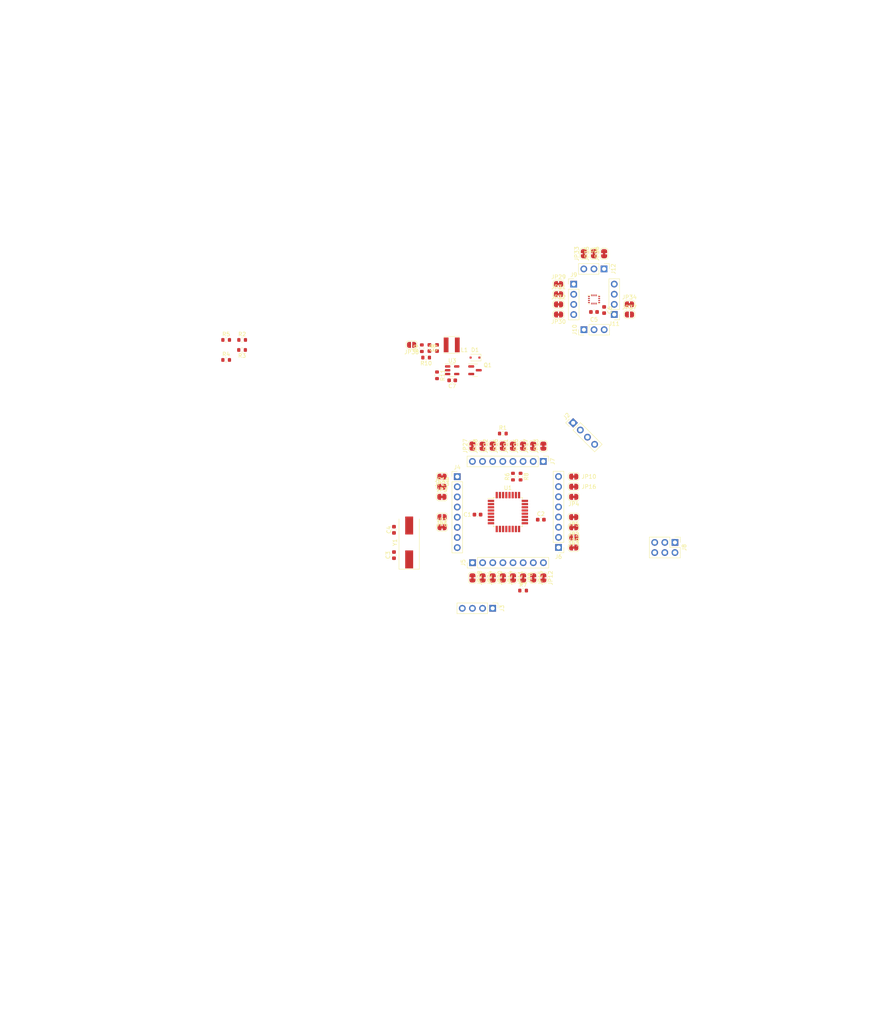
<source format=kicad_pcb>
(kicad_pcb (version 20211014) (generator pcbnew)
  (layers (0 "F.Cu" signal) (31 "B.Cu" signal) (34 "B.Paste" user) (35 "F.Paste" user) (36 "B.SilkS" user "B.Silkscreen") (37 "F.SilkS" user "F.Silkscreen") (38 "B.Mask" user) (39 "F.Mask" user) (44 "Edge.Cuts" user))
  (net 0 "")
  (net 1 "Net-(C1-Pad1)")
  (net 2 "GND")
  (net 3 "Net-(C2-Pad1)")
  (net 4 "Net-(J4-Pad8)")
  (net 5 "Net-(J4-Pad7)")
  (net 6 "Net-(C5-Pad1)")
  (net 7 "Net-(C6-Pad1)")
  (net 8 "+5V")
  (net 9 "Net-(C8-Pad1)")
  (net 10 "Net-(C9-Pad2)")
  (net 11 "Net-(D1-Pad1)")
  (net 12 "/Controller/A3")
  (net 13 "/Controller/A2")
  (net 14 "/Controller/A1")
  (net 15 "/Controller/A0")
  (net 16 "/Controller/D3")
  (net 17 "/Controller/D2")
  (net 18 "/Controller/D1")
  (net 19 "/Controller/D0")
  (net 20 "Net-(J4-Pad1)")
  (net 21 "Net-(J4-Pad2)")
  (net 22 "Net-(J4-Pad3)")
  (net 23 "Net-(J4-Pad6)")
  (net 24 "Net-(J5-Pad1)")
  (net 25 "Net-(J5-Pad2)")
  (net 26 "Net-(J5-Pad3)")
  (net 27 "Net-(J5-Pad4)")
  (net 28 "Net-(J5-Pad5)")
  (net 29 "Net-(J5-Pad6)")
  (net 30 "Net-(J5-Pad7)")
  (net 31 "Net-(J5-Pad8)")
  (net 32 "Net-(J6-Pad1)")
  (net 33 "Net-(J6-Pad3)")
  (net 34 "Net-(J6-Pad4)")
  (net 35 "Net-(J6-Pad6)")
  (net 36 "Net-(J6-Pad7)")
  (net 37 "Net-(J6-Pad8)")
  (net 38 "Net-(J7-Pad1)")
  (net 39 "Net-(J7-Pad2)")
  (net 40 "Net-(J7-Pad3)")
  (net 41 "Net-(J7-Pad4)")
  (net 42 "Net-(J7-Pad5)")
  (net 43 "Net-(J7-Pad6)")
  (net 44 "Net-(J7-Pad7)")
  (net 45 "Net-(J7-Pad8)")
  (net 46 "Net-(J9-Pad1)")
  (net 47 "Net-(J9-Pad2)")
  (net 48 "Net-(J9-Pad3)")
  (net 49 "Net-(J9-Pad4)")
  (net 50 "Net-(J11-Pad2)")
  (net 51 "Net-(J11-Pad3)")
  (net 52 "Net-(J11-Pad4)")
  (net 53 "Net-(J12-Pad1)")
  (net 54 "Net-(J12-Pad2)")
  (net 55 "Net-(J12-Pad3)")
  (net 56 "/Controller/PE1")
  (net 57 "/Controller/PE2")
  (net 58 "/Controller/PE0")
  (net 59 "/Controller/PE3")
  (net 60 "/Controller/AREF")
  (net 61 "/~{CS}")
  (net 62 "/SCK")
  (net 63 "/Controller/PB1")
  (net 64 "/MISO")
  (net 65 "/Controller/PB0")
  (net 66 "/MOSI")
  (net 67 "/Controller/TX")
  (net 68 "/Controller/SCL")
  (net 69 "/Controller/RX")
  (net 70 "/INT2")
  (net 71 "/Controller/SDA")
  (net 72 "/Controller/~{RST}")
  (net 73 "/INT1")
  (net 74 "+3.3V")
  (net 75 "Net-(Q1-Pad1)")
  (net 76 "/USB_CC1")
  (net 77 "/USB_CC2")
  (net 78 "/USB_D-")
  (net 79 "/USB_D+")
  (net 80 "Net-(R10-Pad2)")
  (footprint "Jumper:SolderJumper-2_P1.3mm_Bridged_RoundedPad1.0x1.5mm" (layer "F.Cu") (at 118.11 114.3 -90)
    (fp_text reference "JP15" (at 0 -1.8 90) (layer "F.SilkS"))
    (fp_text value "SolderJumper_2_Bridged")
    (fp_poly (pts (xy 0.25 -0.3) (xy -0.25 -0.3) (xy -0.25 0.3) (xy 0.25 0.3)) (layer "F.Cu") (width 0) (fill solid))
    (pad "1" smd custom (at -0.65 0 270) (size 1 0.5) (layers "F.Cu" "F.Mask") (net 30 "Net-(J5-Pad7)") (options (clearance outline) (anchor rect)) (primitives (gr_circle (center 0 0.25) (end 0.5 0.25) (width 0) (fill yes)) (gr_circle (center 0 -0.25) (end 0.5 -0.25) (width 0) (fill yes)) (gr_poly (pts (xy 0.5 0.75) (xy 0 0.75) (xy 0 -0.75) (xy 0.5 -0.75)) (width 0) (fill yes))))
    (pad "2" smd custom (at 0.65 0 270) (size 1 0.5) (layers "F.Cu" "F.Mask") (net 66 "/MOSI") (options (clearance outline) (anchor rect)) (primitives (gr_circle (center 0 0.25) (end 0.5 0.25) (width 0) (fill yes)) (gr_circle (center 0 -0.25) (end 0.5 -0.25) (width 0) (fill yes)) (gr_poly (pts (xy 0 0.75) (xy -0.5 0.75) (xy -0.5 -0.75) (xy 0 -0.75)) (width 0) (fill yes))))
  )
  (footprint "Jumper:SolderJumper-2_P1.3mm_Bridged_RoundedPad1.0x1.5mm" (layer "F.Cu") (at 110.49 114.3 -90)
    (fp_text reference "JP14" (at 0 -1.8 90) (layer "F.SilkS"))
    (fp_text value "SolderJumper_2_Bridged")
    (fp_poly (pts (xy 0.25 -0.3) (xy -0.25 -0.3) (xy -0.25 0.3) (xy 0.25 0.3)) (layer "F.Cu") (width 0) (fill solid))
    (pad "1" smd custom (at -0.65 0 270) (size 1 0.5) (layers "F.Cu" "F.Mask") (net 27 "Net-(J5-Pad4)") (options (clearance outline) (anchor rect)) (primitives (gr_circle (center 0 0.25) (end 0.5 0.25) (width 0) (fill yes)) (gr_circle (center 0 -0.25) (end 0.5 -0.25) (width 0) (fill yes)) (gr_poly (pts (xy 0.5 0.75) (xy 0 0.75) (xy 0 -0.75) (xy 0.5 -0.75)) (width 0) (fill yes))))
    (pad "2" smd custom (at 0.65 0 270) (size 1 0.5) (layers "F.Cu" "F.Mask") (net 65 "/Controller/PB0") (options (clearance outline) (anchor rect)) (primitives (gr_circle (center 0 0.25) (end 0.5 0.25) (width 0) (fill yes)) (gr_circle (center 0 -0.25) (end 0.5 -0.25) (width 0) (fill yes)) (gr_poly (pts (xy 0 0.75) (xy -0.5 0.75) (xy -0.5 -0.75) (xy 0 -0.75)) (width 0) (fill yes))))
  )
  (footprint "Jumper:SolderJumper-2_P1.3mm_Bridged_RoundedPad1.0x1.5mm" (layer "F.Cu") (at 105.41 114.3 -90)
    (fp_text reference "JP24" (at 0 -1.8 90) (layer "F.SilkS"))
    (fp_text value "SolderJumper_2_Bridged")
    (fp_poly (pts (xy 0.25 -0.3) (xy -0.25 -0.3) (xy -0.25 0.3) (xy 0.25 0.3)) (layer "F.Cu") (width 0) (fill solid))
    (pad "1" smd custom (at -0.65 0 270) (size 1 0.5) (layers "F.Cu" "F.Mask") (net 25 "Net-(J5-Pad2)") (options (clearance outline) (anchor rect)) (primitives (gr_circle (center 0 0.25) (end 0.5 0.25) (width 0) (fill yes)) (gr_circle (center 0 -0.25) (end 0.5 -0.25) (width 0) (fill yes)) (gr_poly (pts (xy 0.5 0.75) (xy 0 0.75) (xy 0 -0.75) (xy 0.5 -0.75)) (width 0) (fill yes))))
    (pad "2" smd custom (at 0.65 0 270) (size 1 0.5) (layers "F.Cu" "F.Mask") (net 17 "/Controller/D2") (options (clearance outline) (anchor rect)) (primitives (gr_circle (center 0 0.25) (end 0.5 0.25) (width 0) (fill yes)) (gr_circle (center 0 -0.25) (end 0.5 -0.25) (width 0) (fill yes)) (gr_poly (pts (xy 0 0.75) (xy -0.5 0.75) (xy -0.5 -0.75) (xy 0 -0.75)) (width 0) (fill yes))))
  )
  (footprint "Inductor_SMD:L_Taiyo-Yuden_NR-40xx" (layer "F.Cu") (at 97.66 55.88 180)
    (fp_text reference "L1" (at -3.175 -1.27) (layer "F.SilkS"))
    (fp_text value "10u")
    (pad "1" smd rect (at -1.4 0 180) (size 1.2 3.7) (layers "F.Cu" "F.Paste" "F.Mask") (net 11 "Net-(D1-Pad1)"))
    (pad "2" smd rect (at 1.4 0 180) (size 1.2 3.7) (layers "F.Cu" "F.Paste" "F.Mask") (net 9 "Net-(C8-Pad1)"))
  )
  (footprint "Jumper:SolderJumper-2_P1.3mm_Bridged_RoundedPad1.0x1.5mm" (layer "F.Cu") (at 110.49 81.25 90)
    (fp_text reference "JP26" (at 0 -1.8 90) (layer "F.SilkS"))
    (fp_text value "SolderJumper_2_Bridged")
    (fp_poly (pts (xy 0.25 -0.3) (xy -0.25 -0.3) (xy -0.25 0.3) (xy 0.25 0.3)) (layer "F.Cu") (width 0) (fill solid))
    (pad "1" smd custom (at -0.65 0 90) (size 1 0.5) (layers "F.Cu" "F.Mask") (net 42 "Net-(J7-Pad5)") (options (clearance outline) (anchor rect)) (primitives (gr_circle (center 0 0.25) (end 0.5 0.25) (width 0) (fill yes)) (gr_circle (center 0 -0.25) (end 0.5 -0.25) (width 0) (fill yes)) (gr_poly (pts (xy 0.5 0.75) (xy 0 0.75) (xy 0 -0.75) (xy 0.5 -0.75)) (width 0) (fill yes))))
    (pad "2" smd custom (at 0.65 0 90) (size 1 0.5) (layers "F.Cu" "F.Mask") (net 72 "/Controller/~{RST}") (options (clearance outline) (anchor rect)) (primitives (gr_circle (center 0 0.25) (end 0.5 0.25) (width 0) (fill yes)) (gr_circle (center 0 -0.25) (end 0.5 -0.25) (width 0) (fill yes)) (gr_poly (pts (xy 0 0.75) (xy -0.5 0.75) (xy -0.5 -0.75) (xy 0 -0.75)) (width 0) (fill yes))))
  )
  (footprint "Jumper:SolderJumper-2_P1.3mm_Bridged_RoundedPad1.0x1.5mm" (layer "F.Cu") (at 120.65 81.265 90)
    (fp_text reference "JP13" (at 0 -1.8 90) (layer "F.SilkS"))
    (fp_text value "SolderJumper_2_Bridged")
    (fp_poly (pts (xy 0.25 -0.3) (xy -0.25 -0.3) (xy -0.25 0.3) (xy 0.25 0.3)) (layer "F.Cu") (width 0) (fill solid))
    (pad "1" smd custom (at -0.65 0 90) (size 1 0.5) (layers "F.Cu" "F.Mask") (net 38 "Net-(J7-Pad1)") (options (clearance outline) (anchor rect)) (primitives (gr_circle (center 0 0.25) (end 0.5 0.25) (width 0) (fill yes)) (gr_circle (center 0 -0.25) (end 0.5 -0.25) (width 0) (fill yes)) (gr_poly (pts (xy 0.5 0.75) (xy 0 0.75) (xy 0 -0.75) (xy 0.5 -0.75)) (width 0) (fill yes))))
    (pad "2" smd custom (at 0.65 0 90) (size 1 0.5) (layers "F.Cu" "F.Mask") (net 13 "/Controller/A2") (options (clearance outline) (anchor rect)) (primitives (gr_circle (center 0 0.25) (end 0.5 0.25) (width 0) (fill yes)) (gr_circle (center 0 -0.25) (end 0.5 -0.25) (width 0) (fill yes)) (gr_poly (pts (xy 0 0.75) (xy -0.5 0.75) (xy -0.5 -0.75) (xy 0 -0.75)) (width 0) (fill yes))))
  )
  (footprint "Jumper:SolderJumper-2_P1.3mm_Bridged_RoundedPad1.0x1.5mm" (layer "F.Cu") (at 102.87 81.25 90)
    (fp_text reference "JP27" (at 0 -1.8 90) (layer "F.SilkS"))
    (fp_text value "SolderJumper_2_Bridged")
    (fp_poly (pts (xy 0.25 -0.3) (xy -0.25 -0.3) (xy -0.25 0.3) (xy 0.25 0.3)) (layer "F.Cu") (width 0) (fill solid))
    (pad "1" smd custom (at -0.65 0 90) (size 1 0.5) (layers "F.Cu" "F.Mask") (net 45 "Net-(J7-Pad8)") (options (clearance outline) (anchor rect)) (primitives (gr_circle (center 0 0.25) (end 0.5 0.25) (width 0) (fill yes)) (gr_circle (center 0 -0.25) (end 0.5 -0.25) (width 0) (fill yes)) (gr_poly (pts (xy 0.5 0.75) (xy 0 0.75) (xy 0 -0.75) (xy 0.5 -0.75)) (width 0) (fill yes))))
    (pad "2" smd custom (at 0.65 0 90) (size 1 0.5) (layers "F.Cu" "F.Mask") (net 73 "/INT1") (options (clearance outline) (anchor rect)) (primitives (gr_circle (center 0 0.25) (end 0.5 0.25) (width 0) (fill yes)) (gr_circle (center 0 -0.25) (end 0.5 -0.25) (width 0) (fill yes)) (gr_poly (pts (xy 0 0.75) (xy -0.5 0.75) (xy -0.5 -0.75) (xy 0 -0.75)) (width 0) (fill yes))))
  )
  (footprint "Jumper:SolderJumper-2_P1.3mm_Bridged_RoundedPad1.0x1.5mm" (layer "F.Cu") (at 124.46 48.26 180)
    (fp_text reference "JP30" (at 0 -1.8) (layer "F.SilkS"))
    (fp_text value "SolderJumper_2_Bridged")
    (fp_poly (pts (xy 0.25 -0.3) (xy -0.25 -0.3) (xy -0.25 0.3) (xy 0.25 0.3)) (layer "F.Cu") (width 0) (fill solid))
    (pad "1" smd custom (at -0.65 0 180) (size 1 0.5) (layers "F.Cu" "F.Mask") (net 73 "/INT1") (options (clearance outline) (anchor rect)) (primitives (gr_circle (center 0 0.25) (end 0.5 0.25) (width 0) (fill yes)) (gr_circle (center 0 -0.25) (end 0.5 -0.25) (width 0) (fill yes)) (gr_poly (pts (xy 0.5 0.75) (xy 0 0.75) (xy 0 -0.75) (xy 0.5 -0.75)) (width 0) (fill yes))))
    (pad "2" smd custom (at 0.65 0 180) (size 1 0.5) (layers "F.Cu" "F.Mask") (net 49 "Net-(J9-Pad4)") (options (clearance outline) (anchor rect)) (primitives (gr_circle (center 0 0.25) (end 0.5 0.25) (width 0) (fill yes)) (gr_circle (center 0 -0.25) (end 0.5 -0.25) (width 0) (fill yes)) (gr_poly (pts (xy 0 0.75) (xy -0.5 0.75) (xy -0.5 -0.75) (xy 0 -0.75)) (width 0) (fill yes))))
  )
  (footprint "Connector_PinHeader_2.54mm:PinHeader_1x08_P2.54mm_Vertical" (layer "F.Cu") (at 102.885 110.49 90)
    (fp_text reference "J5" (at 0 -2.33 90) (layer "F.SilkS"))
    (fp_text value "Conn_01x08_Female")
    (pad "1" thru_hole rect (at 0 0 90) (size 1.7 1.7) (drill 1) (layers *.Cu *.Mask) (net 24 "Net-(J5-Pad1)"))
    (pad "2" thru_hole oval (at 0 2.54 90) (size 1.7 1.7) (drill 1) (layers *.Cu *.Mask) (net 25 "Net-(J5-Pad2)"))
    (pad "3" thru_hole oval (at 0 5.08 90) (size 1.7 1.7) (drill 1) (layers *.Cu *.Mask) (net 26 "Net-(J5-Pad3)"))
    (pad "4" thru_hole oval (at 0 7.62 90) (size 1.7 1.7) (drill 1) (layers *.Cu *.Mask) (net 27 "Net-(J5-Pad4)"))
    (pad "5" thru_hole oval (at 0 10.16 90) (size 1.7 1.7) (drill 1) (layers *.Cu *.Mask) (net 28 "Net-(J5-Pad5)"))
    (pad "6" thru_hole oval (at 0 12.7 90) (size 1.7 1.7) (drill 1) (layers *.Cu *.Mask) (net 29 "Net-(J5-Pad6)"))
    (pad "7" thru_hole oval (at 0 15.24 90) (size 1.7 1.7) (drill 1) (layers *.Cu *.Mask) (net 30 "Net-(J5-Pad7)"))
    (pad "8" thru_hole oval (at 0 17.78 90) (size 1.7 1.7) (drill 1) (layers *.Cu *.Mask) (net 31 "Net-(J5-Pad8)"))
  )
  (footprint "Connector_PinHeader_2.54mm:PinHeader_1x08_P2.54mm_Vertical" (layer "F.Cu") (at 120.635 85.09 -90)
    (fp_text reference "J7" (at 0 -2.33 90) (layer "F.SilkS"))
    (fp_text value "Conn_01x08_Female")
    (pad "1" thru_hole rect (at 0 0 270) (size 1.7 1.7) (drill 1) (layers *.Cu *.Mask) (net 38 "Net-(J7-Pad1)"))
    (pad "2" thru_hole oval (at 0 2.54 270) (size 1.7 1.7) (drill 1) (layers *.Cu *.Mask) (net 39 "Net-(J7-Pad2)"))
    (pad "3" thru_hole oval (at 0 5.08 270) (size 1.7 1.7) (drill 1) (layers *.Cu *.Mask) (net 40 "Net-(J7-Pad3)"))
    (pad "4" thru_hole oval (at 0 7.62 270) (size 1.7 1.7) (drill 1) (layers *.Cu *.Mask) (net 41 "Net-(J7-Pad4)"))
    (pad "5" thru_hole oval (at 0 10.16 270) (size 1.7 1.7) (drill 1) (layers *.Cu *.Mask) (net 42 "Net-(J7-Pad5)"))
    (pad "6" thru_hole oval (at 0 12.7 270) (size 1.7 1.7) (drill 1) (layers *.Cu *.Mask) (net 43 "Net-(J7-Pad6)"))
    (pad "7" thru_hole oval (at 0 15.24 270) (size 1.7 1.7) (drill 1) (layers *.Cu *.Mask) (net 44 "Net-(J7-Pad7)"))
    (pad "8" thru_hole oval (at 0 17.78 270) (size 1.7 1.7) (drill 1) (layers *.Cu *.Mask) (net 45 "Net-(J7-Pad8)"))
  )
  (footprint "Jumper:SolderJumper-2_P1.3mm_Bridged_RoundedPad1.0x1.5mm" (layer "F.Cu") (at 105.41 81.28 90)
    (fp_text reference "JP18" (at 0 -1.8 90) (layer "F.SilkS"))
    (fp_text value "SolderJumper_2_Bridged")
    (fp_poly (pts (xy 0.25 -0.3) (xy -0.25 -0.3) (xy -0.25 0.3) (xy 0.25 0.3)) (layer "F.Cu") (width 0) (fill solid))
    (pad "1" smd custom (at -0.65 0 90) (size 1 0.5) (layers "F.Cu" "F.Mask") (net 44 "Net-(J7-Pad7)") (options (clearance outline) (anchor rect)) (primitives (gr_circle (center 0 0.25) (end 0.5 0.25) (width 0) (fill yes)) (gr_circle (center 0 -0.25) (end 0.5 -0.25) (width 0) (fill yes)) (gr_poly (pts (xy 0.5 0.75) (xy 0 0.75) (xy 0 -0.75) (xy 0.5 -0.75)) (width 0) (fill yes))))
    (pad "2" smd custom (at 0.65 0 90) (size 1 0.5) (layers "F.Cu" "F.Mask") (net 67 "/Controller/TX") (options (clearance outline) (anchor rect)) (primitives (gr_circle (center 0 0.25) (end 0.5 0.25) (width 0) (fill yes)) (gr_circle (center 0 -0.25) (end 0.5 -0.25) (width 0) (fill yes)) (gr_poly (pts (xy 0 0.75) (xy -0.5 0.75) (xy -0.5 -0.75) (xy 0 -0.75)) (width 0) (fill yes))))
  )
  (footprint "Capacitor_SMD:C_0603_1608Metric" (layer "F.Cu") (at 92.075 56.655 -90)
    (fp_text reference "C9" (at 0 -1.43 90) (layer "F.SilkS"))
    (fp_text value "1n")
    (pad "1" smd roundrect (at -0.775 0 270) (size 0.9 0.95) (layers "F.Cu" "F.Paste" "F.Mask") (net 9 "Net-(C8-Pad1)"))
    (pad "2" smd roundrect (at 0.775 0 270) (size 0.9 0.95) (layers "F.Cu" "F.Paste" "F.Mask") (net 10 "Net-(C9-Pad2)"))
  )
  (footprint "Capacitor_SMD:C_0603_1608Metric" (layer "F.Cu") (at 83.185 108.585 90)
    (fp_text reference "C3" (at 0 -1.49 90) (layer "F.SilkS"))
    (fp_text value "20p")
    (pad "1" smd roundrect (at -0.775 0 90) (size 0.9 0.95) (layers "F.Cu" "F.Paste" "F.Mask") (net 4 "Net-(J4-Pad8)"))
    (pad "2" smd roundrect (at 0.775 0 90) (size 0.9 0.95) (layers "F.Cu" "F.Paste" "F.Mask") (net 2 "GND"))
  )
  (footprint "Jumper:SolderJumper-2_P1.3mm_Bridged_RoundedPad1.0x1.5mm" (layer "F.Cu") (at 107.95 114.3 -90)
    (fp_text reference "JP20" (at 0 -1.8 90) (layer "F.SilkS"))
    (fp_text value "SolderJumper_2_Bridged")
    (fp_poly (pts (xy 0.25 -0.3) (xy -0.25 -0.3) (xy -0.25 0.3) (xy 0.25 0.3)) (layer "F.Cu") (width 0) (fill solid))
    (pad "1" smd custom (at -0.65 0 270) (size 1 0.5) (layers "F.Cu" "F.Mask") (net 26 "Net-(J5-Pad3)") (options (clearance outline) (anchor rect)) (primitives (gr_circle (center 0 0.25) (end 0.5 0.25) (width 0) (fill yes)) (gr_circle (center 0 -0.25) (end 0.5 -0.25) (width 0) (fill yes)) (gr_poly (pts (xy 0.5 0.75) (xy 0 0.75) (xy 0 -0.75) (xy 0.5 -0.75)) (width 0) (fill yes))))
    (pad "2" smd custom (at 0.65 0 270) (size 1 0.5) (layers "F.Cu" "F.Mask") (net 16 "/Controller/D3") (options (clearance outline) (anchor rect)) (primitives (gr_circle (center 0 0.25) (end 0.5 0.25) (width 0) (fill yes)) (gr_circle (center 0 -0.25) (end 0.5 -0.25) (width 0) (fill yes)) (gr_poly (pts (xy 0 0.75) (xy -0.5 0.75) (xy -0.5 -0.75) (xy 0 -0.75)) (width 0) (fill yes))))
  )
  (footprint "Jumper:SolderJumper-2_P1.3mm_Bridged_RoundedPad1.0x1.5mm" (layer "F.Cu") (at 124.46 43.18)
    (fp_text reference "JP31" (at 0 -1.8) (layer "F.SilkS"))
    (fp_text value "SolderJumper_2_Bridged")
    (fp_poly (pts (xy 0.25 -0.3) (xy -0.25 -0.3) (xy -0.25 0.3) (xy 0.25 0.3)) (layer "F.Cu") (width 0) (fill solid))
    (pad "1" smd custom (at -0.65 0) (size 1 0.5) (layers "F.Cu" "F.Mask") (net 2 "GND") (options (clearance outline) (anchor rect)) (primitives (gr_circle (center 0 0.25) (end 0.5 0.25) (width 0) (fill yes)) (gr_circle (center 0 -0.25) (end 0.5 -0.25) (width 0) (fill yes)) (gr_poly (pts (xy 0.5 0.75) (xy 0 0.75) (xy 0 -0.75) (xy 0.5 -0.75)) (width 0) (fill yes))))
    (pad "2" smd custom (at 0.65 0) (size 1 0.5) (layers "F.Cu" "F.Mask") (net 47 "Net-(J9-Pad2)") (options (clearance outline) (anchor rect)) (primitives (gr_circle (center 0 0.25) (end 0.5 0.25) (width 0) (fill yes)) (gr_circle (center 0 -0.25) (end 0.5 -0.25) (width 0) (fill yes)) (gr_poly (pts (xy 0 0.75) (xy -0.5 0.75) (xy -0.5 -0.75) (xy 0 -0.75)) (width 0) (fill yes))))
  )
  (footprint "Connector_PinHeader_2.54mm:PinHeader_1x04_P2.54mm_Vertical" (layer "F.Cu") (at 138.43 48.25 180)
    (fp_text reference "J11" (at 0 -2.33) (layer "F.SilkS"))
    (fp_text value "Conn_01x04_Female")
    (pad "1" thru_hole rect (at 0 0 180) (size 1.7 1.7) (drill 1) (layers *.Cu *.Mask) (net 7 "Net-(C6-Pad1)"))
    (pad "2" thru_hole oval (at 0 2.54 180) (size 1.7 1.7) (drill 1) (layers *.Cu *.Mask) (net 50 "Net-(J11-Pad2)"))
    (pad "3" thru_hole oval (at 0 5.08 180) (size 1.7 1.7) (drill 1) (layers *.Cu *.Mask) (net 51 "Net-(J11-Pad3)"))
    (pad "4" thru_hole oval (at 0 7.62 180) (size 1.7 1.7) (drill 1) (layers *.Cu *.Mask) (net 52 "Net-(J11-Pad4)"))
  )
  (footprint "Jumper:SolderJumper-2_P1.3mm_Bridged_RoundedPad1.0x1.5mm" (layer "F.Cu") (at 95.205 91.44)
    (fp_text reference "JP19" (at 0 -1.8) (layer "F.SilkS"))
    (fp_text value "SolderJumper_2_Bridged")
    (fp_poly (pts (xy 0.25 -0.3) (xy -0.25 -0.3) (xy -0.25 0.3) (xy 0.25 0.3)) (layer "F.Cu") (width 0) (fill solid))
    (pad "1" smd custom (at -0.65 0) (size 1 0.5) (layers "F.Cu" "F.Mask") (net 21 "Net-(J4-Pad2)") (options (clearance outline) (anchor rect)) (primitives (gr_circle (center 0 0.25) (end 0.5 0.25) (width 0) (fill yes)) (gr_circle (center 0 -0.25) (end 0.5 -0.25) (width 0) (fill yes)) (gr_poly (pts (xy 0.5 0.75) (xy 0 0.75) (xy 0 -0.75) (xy 0.5 -0.75)) (width 0) (fill yes))))
    (pad "2" smd custom (at 0.65 0) (size 1 0.5) (layers "F.Cu" "F.Mask") (net 19 "/Controller/D0") (options (clearance outline) (anchor rect)) (primitives (gr_circle (center 0 0.25) (end 0.5 0.25) (width 0) (fill yes)) (gr_circle (center 0 -0.25) (end 0.5 -0.25) (width 0) (fill yes)) (gr_poly (pts (xy 0 0.75) (xy -0.5 0.75) (xy -0.5 -0.75) (xy 0 -0.75)) (width 0) (fill yes))))
  )
  (footprint "Jumper:SolderJumper-2_P1.3mm_Bridged_RoundedPad1.0x1.5mm" (layer "F.Cu") (at 124.46 40.64)
    (fp_text reference "JP29" (at 0 -1.8) (layer "F.SilkS"))
    (fp_text value "SolderJumper_2_Bridged")
    (fp_poly (pts (xy 0.25 -0.3) (xy -0.25 -0.3) (xy -0.25 0.3) (xy 0.25 0.3)) (layer "F.Cu") (width 0) (fill solid))
    (pad "1" smd custom (at -0.65 0) (size 1 0.5) (layers "F.Cu" "F.Mask") (net 64 "/MISO") (options (clearance outline) (anchor rect)) (primitives (gr_circle (center 0 0.25) (end 0.5 0.25) (width 0) (fill yes)) (gr_circle (center 0 -0.25) (end 0.5 -0.25) (width 0) (fill yes)) (gr_poly (pts (xy 0.5 0.75) (xy 0 0.75) (xy 0 -0.75) (xy 0.5 -0.75)) (width 0) (fill yes))))
    (pad "2" smd custom (at 0.65 0) (size 1 0.5) (layers "F.Cu" "F.Mask") (net 46 "Net-(J9-Pad1)") (options (clearance outline) (anchor rect)) (primitives (gr_circle (center 0 0.25) (end 0.5 0.25) (width 0) (fill yes)) (gr_circle (center 0 -0.25) (end 0.5 -0.25) (width 0) (fill yes)) (gr_poly (pts (xy 0 0.75) (xy -0.5 0.75) (xy -0.5 -0.75) (xy 0 -0.75)) (width 0) (fill yes))))
  )
  (footprint "Connector_PinHeader_2.54mm:PinHeader_2x03_P2.54mm_Vertical" (layer "F.Cu") (at 153.655 105.405 -90)
    (fp_text reference "J8" (at 1.27 -2.33 90) (layer "F.SilkS"))
    (fp_text value "ICSP")
    (pad "1" thru_hole rect (at 0 0 270) (size 1.7 1.7) (drill 1) (layers *.Cu *.Mask) (net 31 "Net-(J5-Pad8)"))
    (pad "2" thru_hole oval (at 2.54 0 270) (size 1.7 1.7) (drill 1) (layers *.Cu *.Mask) (net 32 "Net-(J6-Pad1)"))
    (pad "3" thru_hole oval (at 0 2.54 270) (size 1.7 1.7) (drill 1) (layers *.Cu *.Mask) (net 42 "Net-(J7-Pad5)"))
    (pad "4" thru_hole oval (at 2.54 2.54 270) (size 1.7 1.7) (drill 1) (layers *.Cu *.Mask) (net 2 "GND"))
    (pad "5" thru_hole oval (at 0 5.08 270) (size 1.7 1.7) (drill 1) (layers *.Cu *.Mask) (net 30 "Net-(J5-Pad7)"))
    (pad "6" thru_hole oval (at 2.54 5.08 270) (size 1.7 1.7) (drill 1) (layers *.Cu *.Mask) (net 8 "+5V"))
  )
  (footprint "Crystal:Crystal_SMD_HC49-SD" (layer "F.Cu") (at 86.995 105.41 90)
    (fp_text reference "Y1" (at 0 -3.55 90) (layer "F.SilkS"))
    (fp_text value "8MHz")
    (pad "1" smd rect (at -4.25 0 90) (size 4.5 2) (layers "F.Cu" "F.Paste" "F.Mask") (net 4 "Net-(J4-Pad8)"))
    (pad "2" smd rect (at 4.25 0 90) (size 4.5 2) (layers "F.Cu" "F.Paste" "F.Mask") (net 5 "Net-(J4-Pad7)"))
  )
  (footprint "Jumper:SolderJumper-2_P1.3mm_Bridged_RoundedPad1.0x1.5mm" (layer "F.Cu") (at 107.95 81.25 90)
    (fp_text reference "JP22" (at 0 -1.8 90) (layer "F.SilkS"))
    (fp_text value "SolderJumper_2_Bridged")
    (fp_poly (pts (xy 0.25 -0.3) (xy -0.25 -0.3) (xy -0.25 0.3) (xy 0.25 0.3)) (layer "F.Cu") (width 0) (fill solid))
    (pad "1" smd custom (at -0.65 0 90) (size 1 0.5) (layers "F.Cu" "F.Mask") (net 43 "Net-(J7-Pad6)") (options (clearance outline) (anchor rect)) (primitives (gr_circle (center 0 0.25) (end 0.5 0.25) (width 0) (fill yes)) (gr_circle (center 0 -0.25) (end 0.5 -0.25) (width 0) (fill yes)) (gr_poly (pts (xy 0.5 0.75) (xy 0 0.75) (xy 0 -0.75) (xy 0.5 -0.75)) (width 0) (fill yes))))
    (pad "2" smd custom (at 0.65 0 90) (size 1 0.5) (layers "F.Cu" "F.Mask") (net 69 "/Controller/RX") (options (clearance outline) (anchor rect)) (primitives (gr_circle (center 0 0.25) (end 0.5 0.25) (width 0) (fill yes)) (gr_circle (center 0 -0.25) (end 0.5 -0.25) (width 0) (fill yes)) (gr_poly (pts (xy 0 0.75) (xy -0.5 0.75) (xy -0.5 -0.75) (xy 0 -0.75)) (width 0) (fill yes))))
  )
  (footprint "Jumper:SolderJumper-2_P1.3mm_Bridged_RoundedPad1.0x1.5mm" (layer "F.Cu") (at 102.87 114.3 -90)
    (fp_text reference "JP28" (at 0 -1.8 90) (layer "F.SilkS"))
    (fp_text value "SolderJumper_2_Bridged")
    (fp_poly (pts (xy 0.25 -0.3) (xy -0.25 -0.3) (xy -0.25 0.3) (xy 0.25 0.3)) (layer "F.Cu") (width 0) (fill solid))
    (pad "1" smd custom (at -0.65 0 270) (size 1 0.5) (layers "F.Cu" "F.Mask") (net 24 "Net-(J5-Pad1)") (options (clearance outline) (anchor rect)) (primitives (gr_circle (center 0 0.25) (end 0.5 0.25) (width 0) (fill yes)) (gr_circle (center 0 -0.25) (end 0.5 -0.25) (width 0) (fill yes)) (gr_poly (pts (xy 0.5 0.75) (xy 0 0.75) (xy 0 -0.75) (xy 0.5 -0.75)) (width 0) (fill yes))))
    (pad "2" smd custom (at 0.65 0 270) (size 1 0.5) (layers "F.Cu" "F.Mask") (net 18 "/Controller/D1") (options (clearance outline) (anchor rect)) (primitives (gr_circle (center 0 0.25) (end 0.5 0.25) (width 0) (fill yes)) (gr_circle (center 0 -0.25) (end 0.5 -0.25) (width 0) (fill yes)) (gr_poly (pts (xy 0 0.75) (xy -0.5 0.75) (xy -0.5 -0.75) (xy 0 -0.75)) (width 0) (fill yes))))
  )
  (footprint "Capacitor_SMD:C_0603_1608Metric" (layer "F.Cu") (at 135.89 47.13 -90)
    (fp_text reference "C6" (at 0 -1.43 90) (layer "F.SilkS"))
    (fp_text value "100n")
    (pad "1" smd roundrect (at -0.775 0 270) (size 0.9 0.95) (layers "F.Cu" "F.Paste" "F.Mask") (net 7 "Net-(C6-Pad1)"))
    (pad "2" smd roundrect (at 0.775 0 270) (size 0.9 0.95) (layers "F.Cu" "F.Paste" "F.Mask") (net 2 "GND"))
  )
  (footprint "Resistor_SMD:R_0603_1608Metric" (layer "F.Cu") (at 45.11 54.63)
    (fp_text reference "R2" (at 0 -1.43) (layer "F.SilkS"))
    (fp_text value "36k")
    (pad "1" smd roundrect (at -0.825 0) (size 0.8 0.95) (layers "F.Cu" "F.Paste" "F.Mask") (net 76 "/USB_CC1"))
    (pad "2" smd roundrect (at 0.825 0) (size 0.8 0.95) (layers "F.Cu" "F.Paste" "F.Mask") (net 77 "/USB_CC2"))
  )
  (footprint "Capacitor_SMD:C_0603_1608Metric" (layer "F.Cu") (at 104.14 98.425 180)
    (fp_text reference "C1" (at 2.54 0) (layer "F.SilkS"))
    (fp_text value "1u")
    (pad "1" smd roundrect (at -0.775 0 180) (size 0.9 0.95) (layers "F.Cu" "F.Paste" "F.Mask") (net 1 "Net-(C1-Pad1)"))
    (pad "2" smd roundrect (at 0.775 0 180) (size 0.9 0.95) (layers "F.Cu" "F.Paste" "F.Mask") (net 2 "GND"))
  )
  (footprint "Jumper:SolderJumper-2_P1.3mm_Bridged_RoundedPad1.0x1.5mm" (layer "F.Cu") (at 118.11 81.265 90)
    (fp_text reference "JP17" (at 0 -1.8 90) (layer "F.SilkS"))
    (fp_text value "SolderJumper_2_Bridged")
    (fp_poly (pts (xy 0.25 -0.3) (xy -0.25 -0.3) (xy -0.25 0.3) (xy 0.25 0.3)) (layer "F.Cu") (width 0) (fill solid))
    (pad "1" smd custom (at -0.65 0 90) (size 1 0.5) (layers "F.Cu" "F.Mask") (net 39 "Net-(J7-Pad2)") (options (clearance outline) (anchor rect)) (primitives (gr_circle (center 0 0.25) (end 0.5 0.25) (width 0) (fill yes)) (gr_circle (center 0 -0.25) (end 0.5 -0.25) (width 0) (fill yes)) (gr_poly (pts (xy 0.5 0.75) (xy 0 0.75) (xy 0 -0.75) (xy 0.5 -0.75)) (width 0) (fill yes))))
    (pad "2" smd custom (at 0.65 0 90) (size 1 0.5) (layers "F.Cu" "F.Mask") (net 12 "/Controller/A3") (options (clearance outline) (anchor rect)) (primitives (gr_circle (center 0 0.25) (end 0.5 0.25) (width 0) (fill yes)) (gr_circle (center 0 -0.25) (end 0.5 -0.25) (width 0) (fill yes)) (gr_poly (pts (xy 0 0.75) (xy -0.5 0.75) (xy -0.5 -0.75) (xy 0 -0.75)) (width 0) (fill yes))))
  )
  (footprint "Jumper:SolderJumper-2_P1.3mm_Bridged_RoundedPad1.0x1.5mm" (layer "F.Cu") (at 128.27 93.98 180)
    (fp_text reference "JP4" (at 0 -1.8) (layer "F.SilkS"))
    (fp_text value "SolderJumper_2_Bridged")
    (fp_poly (pts (xy 0.25 -0.3) (xy -0.25 -0.3) (xy -0.25 0.3) (xy 0.25 0.3)) (layer "F.Cu") (width 0) (fill solid))
    (pad "1" smd custom (at -0.65 0 180) (size 1 0.5) (layers "F.Cu" "F.Mask") (net 59 "/Controller/PE3") (options (clearance outline) (anchor rect)) (primitives (gr_circle (center 0 0.25) (end 0.5 0.25) (width 0) (fill yes)) (gr_circle (center 0 -0.25) (end 0.5 -0.25) (width 0) (fill yes)) (gr_poly (pts (xy 0.5 0.75) (xy 0 0.75) (xy 0 -0.75) (xy 0.5 -0.75)) (width 0) (fill yes))))
    (pad "2" smd custom (at 0.65 0 180) (size 1 0.5) (layers "F.Cu" "F.Mask") (net 35 "Net-(J6-Pad6)") (options (clearance outline) (anchor rect)) (primitives (gr_circle (center 0 0.25) (end 0.5 0.25) (width 0) (fill yes)) (gr_circle (center 0 -0.25) (end 0.5 -0.25) (width 0) (fill yes)) (gr_poly (pts (xy 0 0.75) (xy -0.5 0.75) (xy -0.5 -0.75) (xy 0 -0.75)) (width 0) (fill yes))))
  )
  (footprint "Jumper:SolderJumper-2_P1.3mm_Bridged_RoundedPad1.0x1.5mm" (layer "F.Cu") (at 135.89 33.02 90)
    (fp_text reference "JP36" (at 0 -1.8 90) (layer "F.SilkS"))
    (fp_text value "SolderJumper_2_Bridged")
    (fp_poly (pts (xy 0.25 -0.3) (xy -0.25 -0.3) (xy -0.25 0.3) (xy 0.25 0.3)) (layer "F.Cu") (width 0) (fill solid))
    (pad "1" smd custom (at -0.65 0 90) (size 1 0.5) (layers "F.Cu" "F.Mask") (net 53 "Net-(J12-Pad1)") (options (clearance outline) (anchor rect)) (primitives (gr_circle (center 0 0.25) (end 0.5 0.25) (width 0) (fill yes)) (gr_circle (center 0 -0.25) (end 0.5 -0.25) (width 0) (fill yes)) (gr_poly (pts (xy 0.5 0.75) (xy 0 0.75) (xy 0 -0.75) (xy 0.5 -0.75)) (width 0) (fill yes))))
    (pad "2" smd custom (at 0.65 0 90) (size 1 0.5) (layers "F.Cu" "F.Mask") (net 61 "/~{CS}") (options (clearance outline) (anchor rect)) (primitives (gr_circle (center 0 0.25) (end 0.5 0.25) (width 0) (fill yes)) (gr_circle (center 0 -0.25) (end 0.5 -0.25) (width 0) (fill yes)) (gr_poly (pts (xy 0 0.75) (xy -0.5 0.75) (xy -0.5 -0.75) (xy 0 -0.75)) (width 0) (fill yes))))
  )
  (footprint "Diode_SMD:D_SOD-323F" (layer "F.Cu") (at 103.505 59.055 180)
    (fp_text reference "D1" (at 0 1.905) (layer "F.SilkS"))
    (fp_text value "PMEG1020EJ,115")
    (pad "1" smd rect (at -1.1 0 180) (size 0.5 0.5) (layers "F.Cu" "F.Paste" "F.Mask") (net 11 "Net-(D1-Pad1)"))
    (pad "2" smd rect (at 1.1 0 180) (size 0.5 0.5) (layers "F.Cu" "F.Paste" "F.Mask") (net 2 "GND"))
  )
  (footprint "Capacitor_SMD:C_0603_1608Metric" (layer "F.Cu") (at 133.35 47.625)
    (fp_text reference "C5" (at 0 1.905 180) (layer "F.SilkS"))
    (fp_text value "100n")
    (pad "1" smd roundrect (at -0.775 0) (size 0.9 0.95) (layers "F.Cu" "F.Paste" "F.Mask") (net 6 "Net-(C5-Pad1)"))
    (pad "2" smd roundrect (at 0.775 0) (size 0.9 0.95) (layers "F.Cu" "F.Paste" "F.Mask") (net 2 "GND"))
  )
  (footprint "Jumper:SolderJumper-2_P1.3mm_Bridged_RoundedPad1.0x1.5mm" (layer "F.Cu") (at 95.235 88.9 180)
    (fp_text reference "JP23" (at 0 -1.8) (layer "F.SilkS"))
    (fp_text value "SolderJumper_2_Bridged")
    (fp_poly (pts (xy 0.25 -0.3) (xy -0.25 -0.3) (xy -0.25 0.3) (xy 0.25 0.3)) (layer "F.Cu") (width 0) (fill solid))
    (pad "1" smd custom (at -0.65 0 180) (size 1 0.5) (layers "F.Cu" "F.Mask") (net 20 "Net-(J4-Pad1)") (options (clearance outline) (anchor rect)) (primitives (gr_circle (center 0 0.25) (end 0.5 0.25) (width 0) (fill yes)) (gr_circle (center 0 -0.25) (end 0.5 -0.25) (width 0) (fill yes)) (gr_poly (pts (xy 0.5 0.75) (xy 0 0.75) (xy 0 -0.75) (xy 0.5 -0.75)) (width 0) (fill yes))))
    (pad "2" smd custom (at 0.65 0 180) (size 1 0.5) (layers "F.Cu" "F.Mask") (net 70 "/INT2") (options (clearance outline) (anchor rect)) (primitives (gr_circle (center 0 0.25) (end 0.5 0.25) (width 0) (fill yes)) (gr_circle (center 0 -0.25) (end 0.5 -0.25) (width 0) (fill yes)) (gr_poly (pts (xy 0 0.75) (xy -0.5 0.75) (xy -0.5 -0.75) (xy 0 -0.75)) (width 0) (fill yes))))
  )
  (footprint "Capacitor_SMD:C_0603_1608Metric" (layer "F.Cu") (at 97.79 64.77 180)
    (fp_text reference "C7" (at 0 -1.43) (layer "F.SilkS"))
    (fp_text value "10u")
    (pad "1" smd roundrect (at -0.775 0 180) (size 0.9 0.95) (layers "F.Cu" "F.Paste" "F.Mask") (net 8 "+5V"))
    (pad "2" smd roundrect (at 0.775 0 180) (size 0.9 0.95) (layers "F.Cu" "F.Paste" "F.Mask") (net 2 "GND"))
  )
  (footprint "Resistor_SMD:R_0603_1608Metric" (layer "F.Cu") (at 113.03 88.9 90)
    (fp_text reference "R6" (at 0 -1.43 90) (layer "F.SilkS"))
    (fp_text value "10k")
    (pad "1" smd roundrect (at -0.825 0 90) (size 0.8 0.95) (layers "F.Cu" "F.Paste" "F.Mask") (net 8 "+5V"))
    (pad "2" smd roundrect (at 0.825 0 90) (size 0.8 0.95) (layers "F.Cu" "F.Paste" "F.Mask") (net 41 "Net-(J7-Pad4)"))
  )
  (footprint "Jumper:SolderJumper-2_P1.3mm_Bridged_RoundedPad1.0x1.5mm" (layer "F.Cu") (at 120.65 114.3 -90)
    (fp_text reference "JP12" (at 0 -1.8 90) (layer "F.SilkS"))
    (fp_text value "SolderJumper_2_Bridged")
    (fp_poly (pts (xy 0.25 -0.3) (xy -0.25 -0.3) (xy -0.25 0.3) (xy 0.25 0.3)) (layer "F.Cu") (width 0) (fill solid))
    (pad "1" smd custom (at -0.65 0 270) (size 1 0.5) (layers "F.Cu" "F.Mask") (net 31 "Net-(J5-Pad8)") (options (clearance outline) (anchor rect)) (primitives (gr_circle (center 0 0.25) (end 0.5 0.25) (width 0) (fill yes)) (gr_circle (center 0 -0.25) (end 0.5 -0.25) (width 0) (fill yes)) (gr_poly (pts (xy 0.5 0.75) (xy 0 0.75) (xy 0 -0.75) (xy 0.5 -0.75)) (width 0) (fill yes))))
    (pad "2" smd custom (at 0.65 0 270) (size 1 0.5) (layers "F.Cu" "F.Mask") (net 64 "/MISO") (options (clearance outline) (anchor rect)) (primitives (gr_circle (center 0 0.25) (end 0.5 0.25) (width 0) (fill yes)) (gr_circle (center 0 -0.25) (end 0.5 -0.25) (width 0) (fill yes)) (gr_poly (pts (xy 0 0.75) (xy -0.5 0.75) (xy -0.5 -0.75) (xy 0 -0.75)) (width 0) (fill yes))))
  )
  (footprint "Connector_PinHeader_2.54mm:PinHeader_1x04_P2.54mm_Vertical" (layer "F.Cu") (at 107.94 121.92 -90)
    (fp_text reference "J3" (at 0 -2.33 90) (layer "F.SilkS"))
    (fp_text value "Conn_01x04_Female")
    (pad "1" thru_hole rect (at 0 0 270) (size 1.7 1.7) (drill 1) (layers *.Cu *.Mask) (net 16 "/Controller/D3"))
    (pad "2" thru_hole oval (at 0 2.54 270) (size 1.7 1.7) (drill 1) (layers *.Cu *.Mask) (net 17 "/Controller/D2"))
    (pad "3" thru_hole oval (at 0 5.08 270) (size 1.7 1.7) (drill 1) (layers *.Cu *.Mask) (net 18 "/Controller/D1"))
    (pad "4" thru_hole oval (at 0 7.62 270) (size 1.7 1.7) (drill 1) (layers *.Cu *.Mask) (net 19 "/Controller/D0"))
  )
  (footprint "Jumper:SolderJumper-2_P1.3mm_Open_RoundedPad1.0x1.5mm" (layer "F.Cu") (at 87.615 55.88 180)
    (fp_text reference "JP38" (at 0 -1.8) (layer "F.SilkS"))
    (fp_text value "SolderJumper_2_Open")
    (pad "1" smd custom (at -0.65 0 180) (size 1 0.5) (layers "F.Cu" "F.Mask") (net 9 "Net-(C8-Pad1)") (options (clearance outline) (anchor rect)) (primitives (gr_circle (center 0 0.25) (end 0.5 0.25) (width 0) (fill yes)) (gr_circle (center 0 -0.25) (end 0.5 -0.25) (width 0) (fill yes)) (gr_poly (pts (xy 0.5 0.75) (xy 0 0.75) (xy 0 -0.75) (xy 0.5 -0.75)) (width 0) (fill yes))))
    (pad "2" smd custom (at 0.65 0 180) (size 1 0.5) (layers "F.Cu" "F.Mask") (net 74 "+3.3V") (options (clearance outline) (anchor rect)) (primitives (gr_circle (center 0 0.25) (end 0.5 0.25) (width 0) (fill yes)) (gr_circle (center 0 -0.25) (end 0.5 -0.25) (width 0) (fill yes)) (gr_poly (pts (xy 0 0.75) (xy -0.5 0.75) (xy -0.5 -0.75) (xy 0 -0.75)) (width 0) (fill yes))))
  )
  (footprint "Resistor_SMD:R_0603_1608Metric" (layer "F.Cu") (at 41.1 59.65)
    (fp_text reference "R4" (at 0 -1.43) (layer "F.SilkS"))
    (fp_text value "1.5k")
    (pad "1" smd roundrect (at -0.825 0) (size 0.8 0.95) (layers "F.Cu" "F.Paste" "F.Mask") (net 74 "+3.3V"))
    (pad "2" smd roundrect (at 0.825 0) (size 0.8 0.95) (layers "F.Cu" "F.Paste" "F.Mask") (net 79 "/USB_D+"))
  )
  (footprint "Package_TO_SOT_SMD:SOT-23-5" (layer "F.Cu") (at 97.79 62.23)
    (fp_text reference "U3" (at 0 -2.4) (layer "F.SilkS"))
    (fp_text value "LM3475")
    (pad "1" smd roundrect (at -1.1375 -0.95) (size 1.325 0.6) (layers "F.Cu" "F.Paste" "F.Mask") (net 10 "Net-(C9-Pad2)"))
    (pad "2" smd roundrect (at -1.1375 0) (size 1.325 0.6) (layers "F.Cu" "F.Paste" "F.Mask") (net 2 "GND"))
    (pad "3" smd roundrect (at -1.1375 0.95) (size 1.325 0.6) (layers "F.Cu" "F.Paste" "F.Mask") (net 8 "+5V"))
    (pad "4" smd roundrect (at 1.1375 0.95) (size 1.325 0.6) (layers "F.Cu" "F.Paste" "F.Mask") (net 8 "+5V"))
    (pad "5" smd roundrect (at 1.1375 -0.95) (size 1.325 0.6) (layers "F.Cu" "F.Paste" "F.Mask") (net 75 "Net-(Q1-Pad1)"))
  )
  (footprint "Jumper:SolderJumper-2_P1.3mm_Bridged_RoundedPad1.0x1.5mm" (layer "F.Cu") (at 113.03 81.265 90)
    (fp_text reference "JP21" (at 0 -1.8 90) (layer "F.SilkS"))
    (fp_text value "SolderJumper_2_Bridged")
    (fp_poly (pts (xy 0.25 -0.3) (xy -0.25 -0.3) (xy -0.25 0.3) (xy 0.25 0.3)) (layer "F.Cu") (width 0) (fill solid))
    (pad "1" smd custom (at -0.65 0 90) (size 1 0.5) (layers "F.Cu" "F.Mask") (net 41 "Net-(J7-Pad4)") (options (clearance outline) (anchor rect)) (primitives (gr_circle (center 0 0.25) (end 0.5 0.25) (width 0) (fill yes)) (gr_circle (center 0 -0.25) (end 0.5 -0.25) (width 0) (fill yes)) (gr_poly (pts (xy 0.5 0.75) (xy 0 0.75) (xy 0 -0.75) (xy 0.5 -0.75)) (width 0) (fill yes))))
    (pad "2" smd custom (at 0.65 0 90) (size 1 0.5) (layers "F.Cu" "F.Mask") (net 68 "/Controller/SCL") (options (clearance outline) (anchor rect)) (primitives (gr_circle (center 0 0.25) (end 0.5 0.25) (width 0) (fill yes)) (gr_circle (center 0 -0.25) (end 0.5 -0.25) (width 0) (fill yes)) (gr_poly (pts (xy 0 0.75) (xy -0.5 0.75) (xy -0.5 -0.75) (xy 0 -0.75)) (width 0) (fill yes))))
  )
  (footprint "Jumper:SolderJumper-2_P1.3mm_Bridged_RoundedPad1.0x1.5mm" (layer "F.Cu") (at 128.27 88.9)
    (fp_text reference "JP10" (at 3.81 0) (layer "F.SilkS"))
    (fp_text value "SolderJumper_2_Bridged")
    (fp_poly (pts (xy 0.25 -0.3) (xy -0.25 -0.3) (xy -0.25 0.3) (xy 0.25 0.3)) (layer "F.Cu") (width 0) (fill solid))
    (pad "1" smd custom (at -0.65 0) (size 1 0.5) (layers "F.Cu" "F.Mask") (net 37 "Net-(J6-Pad8)") (options (clearance outline) (anchor rect)) (primitives (gr_circle (center 0 0.25) (end 0.5 0.25) (width 0) (fill yes)) (gr_circle (center 0 -0.25) (end 0.5 -0.25) (width 0) (fill yes)) (gr_poly (pts (xy 0.5 0.75) (xy 0 0.75) (xy 0 -0.75) (xy 0.5 -0.75)) (width 0) (fill yes))))
    (pad "2" smd custom (at 0.65 0) (size 1 0.5) (layers "F.Cu" "F.Mask") (net 14 "/Controller/A1") (options (clearance outline) (anchor rect)) (primitives (gr_circle (center 0 0.25) (end 0.5 0.25) (width 0) (fill yes)) (gr_circle (center 0 -0.25) (end 0.5 -0.25) (width 0) (fill yes)) (gr_poly (pts (xy 0 0.75) (xy -0.5 0.75) (xy -0.5 -0.75) (xy 0 -0.75)) (width 0) (fill yes))))
  )
  (footprint "Resistor_SMD:R_0603_1608Metric" (layer "F.Cu") (at 45.085 57.15 180)
    (fp_text reference "R3" (at 0 -1.43) (layer "F.SilkS"))
    (fp_text value "15k")
    (pad "1" smd roundrect (at -0.825 0 180) (size 0.8 0.95) (layers "F.Cu" "F.Paste" "F.Mask") (net 78 "/USB_D-"))
    (pad "2" smd roundrect (at 0.825 0 180) (size 0.8 0.95) (layers "F.Cu" "F.Paste" "F.Mask") (net 2 "GND"))
  )
  (footprint "Resistor_SMD:R_0603_1608Metric" (layer "F.Cu") (at 115.57 117.475)
    (fp_text reference "R7" (at 0 -1.43) (layer "F.SilkS"))
    (fp_text value "10k")
    (pad "1" smd roundrect (at -0.825 0) (size 0.8 0.95) (layers "F.Cu" "F.Paste" "F.Mask") (net 8 "+5V"))
    (pad "2" smd roundrect (at 0.825 0) (size 0.8 0.95) (layers "F.Cu" "F.Paste" "F.Mask") (net 61 "/~{CS}"))
  )
  (footprint "Jumper:SolderJumper-2_P1.3mm_Bridged_RoundedPad1.0x1.5mm" (layer "F.Cu") (at 130.81 33.02 90)
    (fp_text reference "JP33" (at 0 -1.8 90) (layer "F.SilkS"))
    (fp_text value "SolderJumper_2_Bridged")
    (fp_poly (pts (xy 0.25 -0.3) (xy -0.25 -0.3) (xy -0.25 0.3) (xy 0.25 0.3)) (layer "F.Cu") (width 0) (fill solid))
    (pad "1" smd custom (at -0.65 0 90) (size 1 0.5) (layers "F.Cu" "F.Mask") (net 55 "Net-(J12-Pad3)") (options (clearance outline) (anchor rect)) (primitives (gr_circle (center 0 0.25) (end 0.5 0.25) (width 0) (fill yes)) (gr_circle (center 0 -0.25) (end 0.5 -0.25) (width 0) (fill yes)) (gr_poly (pts (xy 0.5 0.75) (xy 0 0.75) (xy 0 -0.75) (xy 0.5 -0.75)) (width 0) (fill yes))))
    (pad "2" smd custom (at 0.65 0 90) (size 1 0.5) (layers "F.Cu" "F.Mask") (net 66 "/MOSI") (options (clearance outline) (anchor rect)) (primitives (gr_circle (center 0 0.25) (end 0.5 0.25) (width 0) (fill yes)) (gr_circle (center 0 -0.25) (end 0.5 -0.25) (width 0) (fill yes)) (gr_poly (pts (xy 0 0.75) (xy -0.5 0.75) (xy -0.5 -0.75) (xy 0 -0.75)) (width 0) (fill yes))))
  )
  (footprint "Capacitor_SMD:C_0603_1608Metric" (layer "F.Cu") (at 93.98 56.655 -90)
    (fp_text reference "C8" (at 0 1.27 90) (layer "F.SilkS"))
    (fp_text value "100u")
    (pad "1" smd roundrect (at -0.775 0 270) (size 0.9 0.95) (layers "F.Cu" "F.Paste" "F.Mask") (net 9 "Net-(C8-Pad1)"))
    (pad "2" smd roundrect (at 0.775 0 270) (size 0.9 0.95) (layers "F.Cu" "F.Paste" "F.Mask") (net 2 "GND"))
  )
  (footprint "Jumper:SolderJumper-2_P1.3mm_Bridged_RoundedPad1.0x1.5mm" (layer "F.Cu") (at 115.57 114.3 -90)
    (fp_text reference "JP8" (at 0 -1.8 90) (layer "F.SilkS"))
    (fp_text value "SolderJumper_2_Bridged")
    (fp_poly (pts (xy 0.25 -0.3) (xy -0.25 -0.3) (xy -0.25 0.3) (xy 0.25 0.3)) (layer "F.Cu") (width 0) (fill solid))
    (pad "1" smd custom (at -0.65 0 270) (size 1 0.5) (layers "F.Cu" "F.Mask") (net 29 "Net-(J5-Pad6)") (options (clearance outline) (anchor rect)) (primitives (gr_circle (center 0 0.25) (end 0.5 0.25) (width 0) (fill yes)) (gr_circle (center 0 -0.25) (end 0.5 -0.25) (width 0) (fill yes)) (gr_poly (pts (xy 0.5 0.75) (xy 0 0.75) (xy 0 -0.75) (xy 0.5 -0.75)) (width 0) (fill yes))))
    (pad "2" smd custom (at 0.65 0 270) (size 1 0.5) (layers "F.Cu" "F.Mask") (net 61 "/~{CS}") (options (clearance outline) (anchor rect)) (primitives (gr_circle (center 0 0.25) (end 0.5 0.25) (width 0) (fill yes)) (gr_circle (center 0 -0.25) (end 0.5 -0.25) (width 0) (fill yes)) (gr_poly (pts (xy 0 0.75) (xy -0.5 0.75) (xy -0.5 -0.75) (xy 0 -0.75)) (width 0) (fill yes))))
  )
  (footprint "Resistor_SMD:R_0603_1608Metric" (layer "F.Cu") (at 91.25 59.055 180)
    (fp_text reference "R10" (at 0 -1.43) (layer "F.SilkS"))
    (fp_text value "1k")
    (pad "1" smd roundrect (at -0.825 0 180) (size 0.8 0.95) (layers "F.Cu" "F.Paste" "F.Mask") (net 10 "Net-(C9-Pad2)"))
    (pad "2" smd roundrect (at 0.825 0 180) (size 0.8 0.95) (layers "F.Cu" "F.Paste" "F.Mask") (net 80 "Net-(R10-Pad2)"))
  )
  (footprint "Capacitor_SMD:C_0603_1608Metric" (layer "F.Cu") (at 120.015 99.695)
    (fp_text reference "C2" (at 0 -1.43) (layer "F.SilkS"))
    (fp_text value "1u")
    (pad "1" smd roundrect (at -0.775 0) (size 0.9 0.95) (layers "F.Cu" "F.Paste" "F.Mask") (net 3 "Net-(C2-Pad1)"))
    (pad "2" smd roundrect (at 0.775 0) (size 0.9 0.95) (layers "F.Cu" "F.Paste" "F.Mask") (net 2 "GND"))
  )
  (footprint "Resistor_SMD:R_0603_1608Metric" (layer "F.Cu") (at 41.1 54.63)
    (fp_text reference "R5" (at 0 -1.43) (layer "F.SilkS"))
    (fp_text value "15k")
    (pad "1" smd roundrect (at -0.825 0) (size 0.8 0.95) (layers "F.Cu" "F.Paste" "F.Mask") (net 79 "/USB_D+"))
    (pad "2" smd roundrect (at 0.825 0) (size 0.8 0.95) (layers "F.Cu" "F.Paste" "F.Mask") (net 2 "GND"))
  )
  (footprint "Jumper:SolderJumper-2_P1.3mm_Bridged_RoundedPad1.0x1.5mm" (layer "F.Cu") (at 142.24 45.72)
    (fp_text reference "JP34" (at 0 -1.8) (layer "F.SilkS"))
    (fp_text value "SolderJumper_2_Bridged")
    (fp_poly (pts (xy 0.25 -0.3) (xy -0.25 -0.3) (xy -0.25 0.3) (xy 0.25 0.3)) (layer "F.Cu") (width 0) (fill solid))
    (pad "1" smd custom (at -0.65 0) (size 1 0.5) (layers "F.Cu" "F.Mask") (net 50 "Net-(J11-Pad2)") (options (clearance outline) (anchor rect)) (primitives (gr_circle (center 0 0.25) (end 0.5 0.25) (width 0) (fill yes)) (gr_circle (center 0 -0.25) (end 0.5 -0.25) (width 0) (fill yes)) (gr_poly (pts (xy 0.5 0.75) (xy 0 0.75) (xy 0 -0.75) (xy 0.5 -0.75)) (width 0) (fill yes))))
    (pad "2" smd custom (at 0.65 0) (size 1 0.5) (layers "F.Cu" "F.Mask") (net 70 "/INT2") (options (clearance outline) (anchor rect)) (primitives (gr_circle (center 0 0.25) (end 0.5 0.25) (width 0) (fill yes)) (gr_circle (center 0 -0.25) (end 0.5 -0.25) (width 0) (fill yes)) (gr_poly (pts (xy 0 0.75) (xy -0.5 0.75) (xy -0.5 -0.75) (xy 0 -0.75)) (width 0) (fill yes))))
  )
  (footprint "Resistor_SMD:R_0603_1608Metric" (layer "F.Cu") (at 90.17 56.705 90)
    (fp_text reference "R9" (at 0 -1.43 90) (layer "F.SilkS"))
    (fp_text value "30k")
    (pad "1" smd roundrect (at -0.825 0 90) (size 0.8 0.95) (layers "F.Cu" "F.Paste" "F.Mask") (net 80 "Net-(R10-Pad2)"))
    (pad "2" smd roundrect (at 0.825 0 90) (size 0.8 0.95) (layers "F.Cu" "F.Paste" "F.Mask") (net 9 "Net-(C8-Pad1)"))
  )
  (footprint "Capacitor_SMD:C_0603_1608Metric" (layer "F.Cu") (at 83.185 102.235 -90)
    (fp_text reference "C4" (at 0 1.27 90) (layer "F.SilkS"))
    (fp_text value "20p")
    (pad "1" smd roundrect (at -0.775 0 270) (size 0.9 0.95) (layers "F.Cu" "F.Paste" "F.Mask") (net 5 "Net-(J4-Pad7)"))
    (pad "2" smd roundrect (at 0.775 0 270) (size 0.9 0.95) (layers "F.Cu" "F.Paste" "F.Mask") (net 2 "GND"))
  )
  (footprint "Connector_PinHeader_2.54mm:PinHeader_1x04_P2.54mm_Vertical" (layer "F.Cu") (at 128.27 40.65)
    (fp_text reference "J9" (at 0 -2.33) (layer "F.SilkS"))
    (fp_text value "Conn_01x04_Female")
    (pad "1" thru_hole rect (at 0 0) (size 1.7 1.7) (drill 1) (layers *.Cu *.Mask) (net 46 "Net-(J9-Pad1)"))
    (pad "2" thru_hole oval (at 0 2.54) (size 1.7 1.7) (drill 1) (layers *.Cu *.Mask) (net 47 "Net-(J9-Pad2)"))
    (pad "3" thru_hole oval (at 0 5.08) (size 1.7 1.7) (drill 1) (layers *.Cu *.Mask) (net 48 "Net-(J9-Pad3)"))
    (pad "4" thru_hole oval (at 0 7.62) (size 1.7 1.7) (drill 1) (layers *.Cu *.Mask) (net 49 "Net-(J9-Pad4)"))
  )
  (footprint "Connector_PinHeader_2.54mm:PinHeader_1x08_P2.54mm_Vertical" (layer "F.Cu") (at 124.46 106.665 180)
    (fp_text reference "J6" (at 0 -2.33) (layer "F.SilkS"))
    (fp_text value "Conn_01x08_Female")
    (pad "1" thru_hole rect (at 0 0 180) (size 1.7 1.7) (drill 1) (layers *.Cu *.Mask) (net 32 "Net-(J6-Pad1)"))
    (pad "2" thru_hole oval (at 0 2.54 180) (size 1.7 1.7) (drill 1) (layers *.Cu *.Mask) (net 8 "+5V"))
    (pad "3" thru_hole oval (at 0 5.08 180) (size 1.7 1.7) (drill 1) (layers *.Cu *.Mask) (net 33 "Net-(J6-Pad3)"))
    (pad "4" thru_hole oval (at 0 7.62 180) (size 1.7 1.7) (drill 1) (layers *.Cu *.Mask) (net 34 "Net-(J6-Pad4)"))
    (pad "5" thru_hole oval (at 0 10.16 180) (size 1.7 1.7) (drill 1) (layers *.Cu *.Mask) (net 2 "GND"))
    (pad "6" thru_hole oval (at 0 12.7 180) (size 1.7 1.7) (drill 1) (layers *.Cu *.Mask) (net 35 "Net-(J6-Pad6)"))
    (pad "7" thru_hole oval (at 0 15.24 180) (size 1.7 1.7) (drill 1) (layers *.Cu *.Mask) (net 36 "Net-(J6-Pad7)"))
    (pad "8" thru_hole oval (at 0 17.78 180) (size 1.7 1.7) (drill 1) (layers *.Cu *.Mask) (net 37 "Net-(J6-Pad8)"))
  )
  (footprint "Jumper:SolderJumper-2_P1.3mm_Bridged_RoundedPad1.0x1.5mm" (layer "F.Cu") (at 133.35 33.02 90)
    (fp_text reference "JP35" (at 0 -1.8 90) (layer "F.SilkS"))
    (fp_text value "SolderJumper_2_Bridged")
    (fp_poly (pts (xy 0.25 -0.3) (xy -0.25 -0.3) (xy -0.25 0.3) (xy 0.25 0.3)) (layer "F.Cu") (width 0) (fill solid))
    (pad "1" smd custom (at -0.65 0 90) (size 1 0.5) (layers "F.Cu" "F.Mask") (net 54 "Net-(J12-Pad2)") (options (clearance outline) (anchor rect)) (primitives (gr_circle (center 0 0.25) (end 0.5 0.25) (width 0) (fill yes)) (gr_circle (center 0 -0.25) (end 0.5 -0.25) (width 0) (fill yes)) (gr_poly (pts (xy 0.5 0.75) (xy 0 0.75) (xy 0 -0.75) (xy 0.5 -0.75)) (width 0) (fill yes))))
    (pad "2" smd custom (at 0.65 0 90) (size 1 0.5) (layers "F.Cu" "F.Mask") (net 62 "/SCK") (options (clearance outline) (anchor rect)) (primitives (gr_circle (center 0 0.25) (end 0.5 0.25) (width 0) (fill yes)) (gr_circle (center 0 -0.25) (end 0.5 -0.25) (width 0) (fill yes)) (gr_poly (pts (xy 0 0.75) (xy -0.5 0.75) (xy -0.5 -0.75) (xy 0 -0.75)) (width 0) (fill yes))))
  )
  (footprint "Resistor_SMD:R_0603_1608Metric" (layer "F.Cu") (at 93.98 63.5 -90)
    (fp_text reference "R11" (at 0 -1.43 90) (layer "F.SilkS"))
    (fp_text value "10k")
    (pad "1" smd roundrect (at -0.825 0 270) (size 0.8 0.95) (layers "F.Cu" "F.Paste" "F.Mask") (net 10 "Net-(C9-Pad2)"))
    (pad "2" smd roundrect (at 0.825 0 270) (size 0.8 0.95) (layers "F.Cu" "F.Paste" "F.Mask") (net 2 "GND"))
  )
  (footprint "Jumper:SolderJumper-2_P1.3mm_Open_RoundedPad1.0x1.5mm" (layer "F.Cu") (at 95.25 99.06 180)
    (fp_text reference "JP6" (at 0 -1.8) (layer "F.SilkS"))
    (fp_text value "SolderJumper_2_Open")
    (pad "1" smd custom (at -0.65 0 180) (size 1 0.5) (layers "F.Cu" "F.Mask") (net 1 "Net-(C1-Pad1)") (options (clearance outline) (anchor rect)) (primitives (gr_circle (center 0 0.25) (end 0.5 0.25) (width 0) (fill yes)) (gr_circle (center 0 -0.25) (end 0.5 -0.25) (width 0) (fill yes)) (gr_poly (pts (xy 0.5 0.75) (xy 0 0.75) (xy 0 -0.75) (xy 0.5 -0.75)) (width 0) (fill yes))))
    (pad "2" smd custom (at 0.65 0 180) (size 1 0.5) (layers "F.Cu" "F.Mask") (net 8 "+5V") (options (clearance outline) (anchor rect)) (primitives (gr_circle (center 0 0.25) (end 0.5 0.25) (width 0) (fill yes)) (gr_circle (center 0 -0.25) (end 0.5 -0.25) (width 0) (fill yes)) (gr_poly (pts (xy 0 0.75) (xy -0.5 0.75) (xy -0.5 -0.75) (xy 0 -0.75)) (width 0) (fill yes))))
  )
  (footprint "Connector_PinHeader_2.54mm:PinHeader_1x03_P2.54mm_Vertical" (layer "F.Cu") (at 135.875 36.83 -90)
    (fp_text reference "J12" (at 0 -2.33 90) (layer "F.SilkS"))
    (fp_text value "Conn_01x03_Female")
    (pad "1" thru_hole rect (at 0 0 270) (size 1.7 1.7) (drill 1) (layers *.Cu *.Mask) (net 53 "Net-(J12-Pad1)"))
    (pad "2" thru_hole oval (at 0 2.54 270) (size 1.7 1.7) (drill 1) (layers *.Cu *.Mask) (net 54 "Net-(J12-Pad2)"))
    (pad "3" thru_hole oval (at 0 5.08 270) (size 1.7 1.7) (drill 1) (layers *.Cu *.Mask) (net 55 "Net-(J12-Pad3)"))
  )
  (footprint "Package_QFP:TQFP-32_7x7mm_P0.8mm" (layer "F.Cu") (at 111.76 97.79)
    (fp_text reference "U1" (at 0 -6.05) (layer "F.SilkS"))
    (fp_text value "ATmega328PB-A")
    (pad "1" smd rect (at -4.25 -2.8) (size 1.6 0.55) (layers "F.Cu" "F.Paste" "F.Mask") (net 20 "Net-(J4-Pad1)"))
    (pad "2" smd rect (at -4.25 -2) (size 1.6 0.55) (layers "F.Cu" "F.Paste" "F.Mask") (net 21 "Net-(J4-Pad2)"))
    (pad "3" smd rect (at -4.25 -1.2) (size 1.6 0.55) (layers "F.Cu" "F.Paste" "F.Mask") (net 22 "Net-(J4-Pad3)"))
    (pad "4" smd rect (at -4.25 -0.4) (size 1.6 0.55) (layers "F.Cu" "F.Paste" "F.Mask") (net 1 "Net-(C1-Pad1)"))
    (pad "5" smd rect (at -4.25 0.4) (size 1.6 0.55) (layers "F.Cu" "F.Paste" "F.Mask") (net 2 "GND"))
    (pad "6" smd rect (at -4.25 1.2) (size 1.6 0.55) (layers "F.Cu" "F.Paste" "F.Mask") (net 23 "Net-(J4-Pad6)"))
    (pad "7" smd rect (at -4.25 2) (size 1.6 0.55) (layers "F.Cu" "F.Paste" "F.Mask") (net 5 "Net-(J4-Pad7)"))
    (pad "8" smd rect (at -4.25 2.8) (size 1.6 0.55) (layers "F.Cu" "F.Paste" "F.Mask") (net 4 "Net-(J4-Pad8)"))
    (pad "9" smd rect (at -2.8 4.25 90) (size 1.6 0.55) (layers "F.Cu" "F.Paste" "F.Mask") (net 24 "Net-(J5-Pad1)"))
    (pad "10" smd rect (at -2 4.25 90) (size 1.6 0.55) (layers "F.Cu" "F.Paste" "F.Mask") (net 25 "Net-(J5-Pad2)"))
    (pad "11" smd rect (at -1.2 4.25 90) (size 1.6 0.55) (layers "F.Cu" "F.Paste" "F.Mask") (net 26 "Net-(J5-Pad3)"))
    (pad "12" smd rect (at -0.4 4.25 90) (size 1.6 0.55) (layers "F.Cu" "F.Paste" "F.Mask") (net 27 "Net-(J5-Pad4)"))
    (pad "13" smd rect (at 0.4 4.25 90) (size 1.6 0.55) (layers "F.Cu" "F.Paste" "F.Mask") (net 28 "Net-(J5-Pad5)"))
    (pad "14" smd rect (at 1.2 4.25 90) (size 1.6 0.55) (layers "F.Cu" "F.Paste" "F.Mask") (net 29 "Net-(J5-Pad6)"))
    (pad "15" smd rect (at 2 4.25 90) (size 1.6 0.55) (layers "F.Cu" "F.Paste" "F.Mask") (net 30 "Net-(J5-Pad7)"))
    (pad "16" smd rect (at 2.8 4.25 90) (size 1.6 0.55) (layers "F.Cu" "F.Paste" "F.Mask") (net 31 "Net-(J5-Pad8)"))
    (pad "17" smd rect (at 4.25 2.8) (size 1.6 0.55) (layers "F.Cu" "F.Paste" "F.Mask") (net 32 "Net-(J6-Pad1)"))
    (pad "18" smd rect (at 4.25 2) (size 1.6 0.55) (layers "F.Cu" "F.Paste" "F.Mask") (net 3 "Net-(C2-Pad1)"))
    (pad "19" smd rect (at 4.25 1.2) (size 1.6 0.55) (layers "F.Cu" "F.Paste" "F.Mask") (net 33 "Net-(J6-Pad3)"))
    (pad "20" smd rect (at 4.25 0.4) (size 1.6 0.55) (layers "F.Cu" "F.Paste" "F.Mask") (net 34 "Net-(J6-Pad4)"))
    (pad "21" smd rect (at 4.25 -0.4) (size 1.6 0.55) (layers "F.Cu" "F.Paste" "F.Mask") (net 2 "GND"))
    (pad "22" smd rect (at 4.25 -1.2) (size 1.6 0.55) (layers "F.Cu" "F.Paste" "F.Mask") (net 35 "Net-(J6-Pad6)"))
    (pad "23" smd rect (at 4.25 -2) (size 1.6 0.55) (layers "F.Cu" "F.Paste" "F.Mask") (net 36 "Net-(J6-Pad7)"))
    (pad "24" smd rect (at 4.25 -2.8) (size 1.6 0.55) (layers "F.Cu" "F.Paste" "F.Mask") (net 37 "Net-(J6-Pad8)"))
    (pad "25" smd rect (at 2.8 -4.25 90) (size 1.6 0.55) (layers "F.Cu" "F.Paste" "F.Mask") (net 38 "Net-(J7-Pad1)"))
    (pad "26" smd rect (at 2 -4.25 90) (size 1.6 0.55) (layers "F.Cu" "F.Paste" "F.Mask") (net 39 "Net-(J7-Pad2)"))
    (pad "27" smd rect (at 1.2 -4.25 90) (size 1.6 0.55) (layers "F.Cu" "F.Paste" "F.Mask") (net 40 "Net-(J7-Pad3)"))
    (pad "28" smd rect (at 0.4 -4.25 90) (size 1.6 0.55) (layers "F.Cu" "F.Paste" "F.Mask") (net 41 "Net-(J7-Pad4)"))
    (pad "29" smd rect (at -0.4 -4.25 90) (size 1.6 0.55) (layers "F.Cu" "F.Paste" "F.Mask") (net 42 "Net-(J7-Pad5)"))
    (pad "30" smd rect (at -1.2 -4.25 90) (size 1.6 0.55) (layers "F.Cu" "F.Paste" "F.Mask") (net 43 "Net-(J7-Pad6)"))
    (pad "31" smd rect (at -2 -4.25 90) (size 1.6 0.55) (layers "F.Cu" "F.Paste" "F.Mask") (net 44 "Net-(J7-Pad7)"))
    (pad "32" smd rect (at -2.8 -4.25 90) (size 1.6 0.55) (layers "F.Cu" "F.Paste" "F.Mask") (net 45 "Net-(J7-Pad8)"))
  )
  (footprint "Jumper:SolderJumper-2_P1.3mm_Bridged_RoundedPad1.0x1.5mm" (layer "F.Cu") (at 95.205 93.98)
    (fp_text reference "JP3" (at 0 -1.8) (layer "F.SilkS"))
    (fp_text value "SolderJumper_2_Bridged")
    (fp_poly (pts (xy 0.25 -0.3) (xy -0.25 -0.3) (xy -0.25 0.3) (xy 0.25 0.3)) (layer "F.Cu") (width 0) (fill solid))
    (pad "1" smd custom (at -0.65 0) (size 1 0.5) (layers "F.Cu" "F.Mask") (net 58 "/Controller/PE0") (options (clearance outline) (anchor rect)) (primitives (gr_circle (center 0 0.25) (end 0.5 0.25) (width 0) (fill yes)) (gr_circle (center 0 -0.25) (end 0.5 -0.25) (width 0) (fill yes)) (gr_poly (pts (xy 0.5 0.75) (xy 0 0.75) (xy 0 -0.75) (xy 0.5 -0.75)) (width 0) (fill yes))))
    (pad "2" smd custom (at 0.65 0) (size 1 0.5) (layers "F.Cu" "F.Mask") (net 22 "Net-(J4-Pad3)") (options (clearance outline) (anchor rect)) (primitives (gr_circle (center 0 0.25) (end 0.5 0.25) (width 0) (fill yes)) (gr_circle (center 0 -0.25) (end 0.5 -0.25) (width 0) (fill yes)) (gr_poly (pts (xy 0 0.75) (xy -0.5 0.75) (xy -0.5 -0.75) (xy 0 -0.75)) (width 0) (fill yes))))
  )
  (footprint "Jumper:SolderJumper-2_P1.3mm_Bridged_RoundedPad1.0x1.5mm" (layer "F.Cu") (at 113.03 114.3 -90)
    (fp_text reference "JP11" (at 0 -1.8 90) (layer "F.SilkS"))
    (fp_text value "SolderJumper_2_Bridged")
    (fp_poly (pts (xy 0.25 -0.3) (xy -0.25 -0.3) (xy -0.25 0.3) (xy 0.25 0.3)) (layer "F.Cu") (width 0) (fill solid))
    (pad "1" smd custom (at -0.65 0 270) (size 1 0.5) (layers "F.Cu" "F.Mask") (net 28 "Net-(J5-Pad5)") (options (clearance outline) (anchor rect)) (primitives (gr_circle (center 0 0.25) (end 0.5 0.25) (width 0) (fill yes)) (gr_circle (center 0 -0.25) (end 0.5 -0.25) (width 0) (fill yes)) (gr_poly (pts (xy 0.5 0.75) (xy 0 0.75) (xy 0 -0.75) (xy 0.5 -0.75)) (width 0) (fill yes))))
    (pad "2" smd custom (at 0.65 0 270) (size 1 0.5) (layers "F.Cu" "F.Mask") (net 63 "/Controller/PB1") (options (clearance outline) (anchor rect)) (primitives (gr_circle (center 0 0.25) (end 0.5 0.25) (width 0) (fill yes)) (gr_circle (center 0 -0.25) (end 0.5 -0.25) (width 0) (fill yes)) (gr_poly (pts (xy 0 0.75) (xy -0.5 0.75) (xy -0.5 -0.75) (xy 0 -0.75)) (width 0) (fill yes))))
  )
  (footprint "Resistor_SMD:R_0603_1608Metric" (layer "F.Cu") (at 110.49 78.105)
    (fp_text reference "R1" (at 0 -1.43) (layer "F.SilkS"))
    (fp_text value "1.5k")
    (pad "1" smd roundrect (at -0.825 0) (size 0.8 0.95) (layers "F.Cu" "F.Paste" "F.Mask") (net 8 "+5V"))
    (pad "2" smd roundrect (at 0.825 0) (size 0.8 0.95) (layers "F.Cu" "F.Paste" "F.Mask") (net 72 "/Controller/~{RST}"))
  )
  (footprint "Jumper:SolderJumper-2_P1.3mm_Bridged_RoundedPad1.0x1.5mm" (layer "F.Cu") (at 128.27 101.6 180)
    (fp_text reference "JP2" (at 0 -1.8) (layer "F.SilkS"))
    (fp_text value "SolderJumper_2_Bridged")
    (fp_poly (pts (xy 0.25 -0.3) (xy -0.25 -0.3) (xy -0.25 0.3) (xy 0.25 0.3)) (layer "F.Cu") (width 0) (fill solid))
    (pad "1" smd custom (at -0.65 0 180) (size 1 0.5) (layers "F.Cu" "F.Mask") (net 57 "/Controller/PE2") (options (clearance outline) (anchor rect)) (primitives (gr_circle (center 0 0.25) (end 0.5 0.25) (width 0) (fill yes)) (gr_circle (center 0 -0.25) (end 0.5 -0.25) (width 0) (fill yes)) (gr_poly (pts (xy 0.5 0.75) (xy 0 0.75) (xy 0 -0.75) (xy 0.5 -0.75)) (width 0) (fill yes))))
    (pad "2" smd custom (at 0.65 0 180) (size 1 0.5) (layers "F.Cu" "F.Mask") (net 33 "Net-(J6-Pad3)") (options (clearance outline) (anchor rect)) (primitives (gr_circle (center 0 0.25) (end 0.5 0.25) (width 0) (fill yes)) (gr_circle (center 0 -0.25) (end 0.5 -0.25) (width 0) (fill yes)) (gr_poly (pts (xy 0 0.75) (xy -0.5 0.75) (xy -0.5 -0.75) (xy 0 -0.75)) (width 0) (fill yes))))
  )
  (footprint "Jumper:SolderJumper-2_P1.3mm_Open_RoundedPad1.0x1.5mm" (layer "F.Cu") (at 128.285 104.14 180)
    (fp_text reference "JP7" (at 0 -1.8) (layer "F.SilkS"))
    (fp_text value "SolderJumper_2_Open")
    (pad "1" smd custom (at -0.65 0 180) (size 1 0.5) (layers "F.Cu" "F.Mask") (net 3 "Net-(C2-Pad1)") (options (clearance outline) (anchor rect)) (primitives (gr_circle (center 0 0.25) (end 0.5 0.25) (width 0) (fill yes)) (gr_circle (center 0 -0.25) (end 0.5 -0.25) (width 0) (fill yes)) (gr_poly (pts (xy 0.5 0.75) (xy 0 0.75) (xy 0 -0.75) (xy 0.5 -0.75)) (width 0) (fill yes))))
    (pad "2" smd custom (at 0.65 0 180) (size 1 0.5) (layers "F.Cu" "F.Mask") (net 8 "+5V") (options (clearance outline) (anchor rect)) (primitives (gr_circle (center 0 0.25) (end 0.5 0.25) (width 0) (fill yes)) (gr_circle (center 0 -0.25) (end 0.5 -0.25) (width 0) (fill yes)) (gr_poly (pts (xy 0 0.75) (xy -0.5 0.75) (xy -0.5 -0.75) (xy 0 -0.75)) (width 0) (fill yes))))
  )
  (footprint "Jumper:SolderJumper-2_P1.3mm_Bridged_RoundedPad1.0x1.5mm" (layer "F.Cu") (at 128.27 106.68)
    (fp_text reference "JP9" (at 0 -1.8) (layer "F.SilkS"))
    (fp_text value "SolderJumper_2_Bridged")
    (fp_poly (pts (xy 0.25 -0.3) (xy -0.25 -0.3) (xy -0.25 0.3) (xy 0.25 0.3)) (layer "F.Cu") (width 0) (fill solid))
    (pad "1" smd custom (at -0.65 0) (size 1 0.5) (layers "F.Cu" "F.Mask") (net 32 "Net-(J6-Pad1)") (options (clearance outline) (anchor rect)) (primitives (gr_circle (center 0 0.25) (end 0.5 0.25) (width 0) (fill yes)) (gr_circle (center 0 -0.25) (end 0.5 -0.25) (width 0) (fill yes)) (gr_poly (pts (xy 0.5 0.75) (xy 0 0.75) (xy 0 -0.75) (xy 0.5 -0.75)) (width 0) (fill yes))))
    (pad "2" smd custom (at 0.65 0) (size 1 0.5) (layers "F.Cu" "F.Mask") (net 62 "/SCK") (options (clearance outline) (anchor rect)) (primitives (gr_circle (center 0 0.25) (end 0.5 0.25) (width 0) (fill yes)) (gr_circle (center 0 -0.25) (end 0.5 -0.25) (width 0) (fill yes)) (gr_poly (pts (xy 0 0.75) (xy -0.5 0.75) (xy -0.5 -0.75) (xy 0 -0.75)) (width 0) (fill yes))))
  )
  (footprint "Connector_PinHeader_2.54mm:PinHeader_1x03_P2.54mm_Vertical" (layer "F.Cu") (at 130.825 52.07 90)
    (fp_text reference "J10" (at 0 -2.33 90) (layer "F.SilkS"))
    (fp_text value "Conn_01x03_Female")
    (pad "1" thru_hole rect (at 0 0 90) (size 1.7 1.7) (drill 1) (layers *.Cu *.Mask) (net 6 "Net-(C5-Pad1)"))
    (pad "2" thru_hole oval (at 0 2.54 90) (size 1.7 1.7) (drill 1) (layers *.Cu *.Mask) (net 2 "GND"))
    (pad "3" thru_hole oval (at 0 5.08 90) (size 1.7 1.7) (drill 1) (layers *.Cu *.Mask) (net 2 "GND"))
  )
  (footprint "Connector_PinHeader_2.54mm:PinHeader_1x04_P2.54mm_Vertical" (layer "F.Cu") (at 128.122994 75.417994 45)
    (fp_text reference "J2" (at 0 -2.33 45) (layer "F.SilkS"))
    (fp_text value "Conn_01x04_Female")
    (pad "1" thru_hole rect (at 0 0 45) (size 1.7 1.7) (drill 1) (layers *.Cu *.Mask) (net 12 "/Controller/A3"))
    (pad "2" thru_hole oval (at 0 2.54 45) (size 1.7 1.7) (drill 1) (layers *.Cu *.Mask) (net 13 "/Controller/A2"))
    (pad "3" thru_hole oval (at 0 5.08 45) (size 1.7 1.7) (drill 1) (layers *.Cu *.Mask) (net 14 "/Controller/A1"))
    (pad "4" thru_hole oval (at 0 7.62 45) (size 1.7 1.7) (drill 1) (layers *.Cu *.Mask) (net 15 "/Controller/A0"))
  )
  (footprint "Jumper:SolderJumper-2_P1.3mm_Bridged_RoundedPad1.0x1.5mm" (layer "F.Cu") (at 128.27 91.44)
    (fp_text reference "JP16" (at 3.81 0) (layer "F.SilkS"))
    (fp_text value "SolderJumper_2_Bridged")
    (fp_poly (pts (xy 0.25 -0.3) (xy -0.25 -0.3) (xy -0.25 0.3) (xy 0.25 0.3)) (layer "F.Cu") (width 0) (fill solid))
    (pad "1" smd custom (at -0.65 0) (size 1 0.5) (layers "F.Cu" "F.Mask") (net 36 "Net-(J6-Pad7)") (options (clearance outline) (anchor rect)) (primitives (gr_circle (center 0 0.25) (end 0.5 0.25) (width 0) (fill yes)) (gr_circle (center 0 -0.25) (end 0.5 -0.25) (width 0) (fill yes)) (gr_poly (pts (xy 0.5 0.75) (xy 0 0.75) (xy 0 -0.75) (xy 0.5 -0.75)) (width 0) (fill yes))))
    (pad "2" smd custom (at 0.65 0) (size 1 0.5) (layers "F.Cu" "F.Mask") (net 15 "/Controller/A0") (options (clearance outline) (anchor rect)) (primitives (gr_circle (center 0 0.25) (end 0.5 0.25) (width 0) (fill yes)) (gr_circle (center 0 -0.25) (end 0.5 -0.25) (width 0) (fill yes)) (gr_poly (pts (xy 0 0.75) (xy -0.5 0.75) (xy -0.5 -0.75) (xy 0 -0.75)) (width 0) (fill yes))))
  )
  (footprint "Package_TO_SOT_SMD:SOT-23" (layer "F.Cu") (at 103.505 62.23)
    (fp_text reference "Q1" (at 3.175 -1.27) (layer "F.SilkS"))
    (fp_text value "Q_PMOS_GSD")
    (pad "1" smd roundrect (at -0.9375 -0.95) (size 1.475 0.6) (layers "F.Cu" "F.Paste" "F.Mask") (net 75 "Net-(Q1-Pad1)"))
    (pad "2" smd roundrect (at -0.9375 0.95) (size 1.475 0.6) (layers "F.Cu" "F.Paste" "F.Mask") (net 8 "+5V"))
    (pad "3" smd roundrect (at 0.9375 0) (size 1.475 0.6) (layers "F.Cu" "F.Paste" "F.Mask") (net 11 "Net-(D1-Pad1)"))
  )
  (footprint "Connector_PinHeader_2.54mm:PinHeader_1x08_P2.54mm_Vertical" (layer "F.Cu") (at 99.06 88.915)
    (fp_text reference "J4" (at 0 -2.33) (layer "F.SilkS"))
    (fp_text value "Conn_01x08_Female")
    (pad "1" thru_hole rect (at 0 0) (size 1.7 1.7) (drill 1) (layers *.Cu *.Mask) (net 20 "Net-(J4-Pad1)"))
    (pad "2" thru_hole oval (at 0 2.54) (size 1.7 1.7) (drill 1) (layers *.Cu *.Mask) (net 21 "Net-(J4-Pad2)"))
    (pad "3" thru_hole oval (at 0 5.08) (size 1.7 1.7) (drill 1) (layers *.Cu *.Mask) (net 22 "Net-(J4-Pad3)"))
    (pad "4" thru_hole oval (at 0 7.62) (size 1.7 1.7) (drill 1) (layers *.Cu *.Mask) (net 8 "+5V"))
    (pad "5" thru_hole oval (at 0 10.16) (size 1.7 1.7) (drill 1) (layers *.Cu *.Mask) (net 2 "GND"))
    (pad "6" thru_hole oval (at 0 12.7) (size 1.7 1.7) (drill 1) (layers *.Cu *.Mask) (net 23 "Net-(J4-Pad6)"))
    (pad "7" thru_hole oval (at 0 15.24) (size 1.7 1.7) (drill 1) (layers *.Cu *.Mask) (net 5 "Net-(J4-Pad7)"))
    (pad "8" thru_hole oval (at 0 17.78) (size 1.7 1.7) (drill 1) (layers *.Cu *.Mask) (net 4 "Net-(J4-Pad8)"))
  )
  (footprint "Jumper:SolderJumper-2_P1.3mm_Bridged_RoundedPad1.0x1.5mm" (layer "F.Cu") (at 115.57 81.25 90)
    (fp_text reference "JP25" (at 0 -1.8 90) (layer "F.SilkS"))
    (fp_text value "SolderJumper_2_Bridged")
    (fp_poly (pts (xy 0.25 -0.3) (xy -0.25 -0.3) (xy -0.25 0.3) (xy 0.25 0.3)) (layer "F.Cu") (width 0) (fill solid))
    (pad "1" smd custom (at -0.65 0 90) (size 1 0.5) (layers "F.Cu" "F.Mask") (net 40 "Net-(J7-Pad3)") (options (clearance outline) (anchor rect)) (primitives (gr_circle (center 0 0.25) (end 0.5 0.25) (width 0) (fill yes)) (gr_circle (center 0 -0.25) (end 0.5 -0.25) (width 0) (fill yes)) (gr_poly (pts (xy 0.5 0.75) (xy 0 0.75) (xy 0 -0.75) (xy 0.5 -0.75)) (width 0) (fill yes))))
    (pad "2" smd custom (at 0.65 0 90) (size 1 0.5) (layers "F.Cu" "F.Mask") (net 71 "/Controller/SDA") (options (clearance outline) (anchor rect)) (primitives (gr_circle (center 0 0.25) (end 0.5 0.25) (width 0) (fill yes)) (gr_circle (center 0 -0.25) (end 0.5 -0.25) (width 0) (fill yes)) (gr_poly (pts (xy 0 0.75) (xy -0.5 0.75) (xy -0.5 -0.75) (xy 0 -0.75)) (width 0) (fill yes))))
  )
  (footprint "Resistor_SMD:R_0603_1608Metric" (layer "F.Cu") (at 114.935 88.9 -90)
    (fp_text reference "R8" (at 0 -1.43 90) (layer "F.SilkS"))
    (fp_text value "10k")
    (pad "1" smd roundrect (at -0.825 0 270) (size 0.8 0.95) (layers "F.Cu" "F.Paste" "F.Mask") (net 8 "+5V"))
    (pad "2" smd roundrect (at 0.825 0 270) (size 0.8 0.95) (layers "F.Cu" "F.Paste" "F.Mask") (net 40 "Net-(J7-Pad3)"))
  )
  (footprint "Jumper:SolderJumper-2_P1.3mm_Bridged_RoundedPad1.0x1.5mm" (layer "F.Cu") (at 124.46 45.72)
    (fp_text reference "JP32" (at 0 -1.8) (layer "F.SilkS"))
    (fp_text value "SolderJumper_2_Bridged")
    (fp_poly (pts (xy 0.25 -0.3) (xy -0.25 -0.3) (xy -0.25 0.3) (xy 0.25 0.3)) (layer "F.Cu") (width 0) (fill solid))
    (pad "1" smd custom (at -0.65 0) (size 1 0.5) (layers "F.Cu" "F.Mask") (net 2 "GND") (options (clearance outline) (anchor rect)) (primitives (gr_circle (center 0 0.25) (end 0.5 0.25) (width 0) (fill yes)) (gr_circle (center 0 -0.25) (end 0.5 -0.25) (width 0) (fill yes)) (gr_poly (pts (xy 0.5 0.75) (xy 0 0.75) (xy 0 -0.75) (xy 0.5 -0.75)) (width 0) (fill yes))))
    (pad "2" smd custom (at 0.65 0) (size 1 0.5) (layers "F.Cu" "F.Mask") (net 48 "Net-(J9-Pad3)") (options (clearance outline) (anchor rect)) (primitives (gr_circle (center 0 0.25) (end 0.5 0.25) (width 0) (fill yes)) (gr_circle (center 0 -0.25) (end 0.5 -0.25) (width 0) (fill yes)) (gr_poly (pts (xy 0 0.75) (xy -0.5 0.75) (xy -0.5 -0.75) (xy 0 -0.75)) (width 0) (fill yes))))
  )
  (footprint "BumpyBoiTracky:LGA-14L" (layer "F.Cu") (at 133.35 44.45)
    (fp_text reference "U2" (at 0 -12.3 unlocked) (layer "F.SilkS"))
    (fp_text value "LSM6DSRX")
    (pad "1" smd rect (at -1.2625 -0.7 90) (size 0.25 0.475) (layers "F.Cu" "F.Paste" "F.Mask") (net 46 "Net-(J9-Pad1)"))
    (pad "2" smd rect (at -1.2625 -0.2 90) (size 0.25 0.475) (layers "F.Cu" "F.Paste" "F.Mask") (net 47 "Net-(J9-Pad2)"))
    (pad "3" smd rect (at -1.2625 0.3 90) (size 0.25 0.475) (layers "F.Cu" "F.Paste" "F.Mask") (net 48 "Net-(J9-Pad3)"))
    (pad "4" smd rect (at -1.2625 0.8 90) (size 0.25 0.475) (layers "F.Cu" "F.Paste" "F.Mask") (net 49 "Net-(J9-Pad4)"))
    (pad "5" smd rect (at -0.5 1.0625 180) (size 0.25 0.475) (layers "F.Cu" "F.Paste" "F.Mask") (net 6 "Net-(C5-Pad1)"))
    (pad "6" smd rect (at 0 1.0625 180) (size 0.25 0.475) (layers "F.Cu" "F.Paste" "F.Mask") (net 2 "GND"))
    (pad "7" smd rect (at 0.5 1.0625 180) (size 0.25 0.475) (layers "F.Cu" "F.Paste" "F.Mask") (net 2 "GND"))
    (pad "8" smd rect (at 1.3 0.8 90) (size 0.25 0.475) (layers "F.Cu" "F.Paste" "F.Mask") (net 7 "Net-(C6-Pad1)"))
    (pad "9" smd rect (at 1.3 0.3 90) (size 0.25 0.475) (layers "F.Cu" "F.Paste" "F.Mask") (net 50 "Net-(J11-Pad2)"))
    (pad "10" smd rect (at 1.3 -0.2 90) (size 0.25 0.475) (layers "F.Cu" "F.Paste" "F.Mask") (net 51 "Net-(J11-Pad3)"))
    (pad "11" smd rect (at 1.3 -0.7 90) (size 0.25 0.475) (layers "F.Cu" "F.Paste" "F.Mask") (net 52 "Net-(J11-Pad4)"))
    (pad "12" smd rect (at 0.5 -1 180) (size 0.25 0.475) (layers "F.Cu" "F.Paste" "F.Mask") (net 53 "Net-(J12-Pad1)"))
    (pad "13" smd rect (at 0 -1 180) (size 0.25 0.475) (layers "F.Cu" "F.Paste" "F.Mask") (net 54 "Net-(J12-Pad2)"))
    (pad "14" smd rect (at -0.5 -1 180) (size 0.25 0.475) (layers "F.Cu" "F.Paste" "F.Mask") (net 55 "Net-(J12-Pad3)"))
  )
  (footprint "Jumper:SolderJumper-2_P1.3mm_Bridged_RoundedPad1.0x1.5mm" (layer "F.Cu") (at 128.255 99.06 180)
    (fp_text reference "JP5" (at 0 -1.8) (layer "F.SilkS"))
    (fp_text value "SolderJumper_2_Bridged")
    (fp_poly (pts (xy 0.25 -0.3) (xy -0.25 -0.3) (xy -0.25 0.3) (xy 0.25 0.3)) (layer "F.Cu") (width 0) (fill solid))
    (pad "1" smd custom (at -0.65 0 180) (size 1 0.5) (layers "F.Cu" "F.Mask") (net 60 "/Controller/AREF") (options (clearance outline) (anchor rect)) (primitives (gr_circle (center 0 0.25) (end 0.5 0.25) (width 0) (fill yes)) (gr_circle (center 0 -0.25) (end 0.5 -0.25) (width 0) (fill yes)) (gr_poly (pts (xy 0.5 0.75) (xy 0 0.75) (xy 0 -0.75) (xy 0.5 -0.75)) (width 0) (fill yes))))
    (pad "2" smd custom (at 0.65 0 180) (size 1 0.5) (layers "F.Cu" "F.Mask") (net 34 "Net-(J6-Pad4)") (options (clearance outline) (anchor rect)) (primitives (gr_circle (center 0 0.25) (end 0.5 0.25) (width 0) (fill yes)) (gr_circle (center 0 -0.25) (end 0.5 -0.25) (width 0) (fill yes)) (gr_poly (pts (xy 0 0.75) (xy -0.5 0.75) (xy -0.5 -0.75) (xy 0 -0.75)) (width 0) (fill yes))))
  )
  (footprint "Jumper:SolderJumper-2_P1.3mm_Open_RoundedPad1.0x1.5mm" (layer "F.Cu") (at 142.24 48.26)
    (fp_text reference "JP37" (at 0 -1.8) (layer "F.SilkS"))
    (fp_text value "SolderJumper_2_Open")
    (pad "1" smd custom (at -0.65 0) (size 1 0.5) (layers "F.Cu" "F.Mask") (net 7 "Net-(C6-Pad1)") (options (clearance outline) (anchor rect)) (primitives (gr_circle (center 0 0.25) (end 0.5 0.25) (width 0) (fill yes)) (gr_circle (center 0 -0.25) (end 0.5 -0.25) (width 0) (fill yes)) (gr_poly (pts (xy 0.5 0.75) (xy 0 0.75) (xy 0 -0.75) (xy 0.5 -0.75)) (width 0) (fill yes))))
    (pad "2" smd custom (at 0.65 0) (size 1 0.5) (layers "F.Cu" "F.Mask") (net 74 "+3.3V") (options (clearance outline) (anchor rect)) (primitives (gr_circle (center 0 0.25) (end 0.5 0.25) (width 0) (fill yes)) (gr_circle (center 0 -0.25) (end 0.5 -0.25) (width 0) (fill yes)) (gr_poly (pts (xy 0 0.75) (xy -0.5 0.75) (xy -0.5 -0.75) (xy 0 -0.75)) (width 0) (fill yes))))
  )
  (footprint "Jumper:SolderJumper-2_P1.3mm_Bridged_RoundedPad1.0x1.5mm" (layer "F.Cu") (at 95.25 101.6)
    (fp_text reference "JP1" (at 0 -1.8) (layer "F.SilkS"))
    (fp_text value "SolderJumper_2_Bridged")
    (fp_poly (pts (xy 0.25 -0.3) (xy -0.25 -0.3) (xy -0.25 0.3) (xy 0.25 0.3)) (layer "F.Cu") (width 0) (fill solid))
    (pad "1" smd custom (at -0.65 0) (size 1 0.5) (layers "F.Cu" "F.Mask") (net 56 "/Controller/PE1") (options (clearance outline) (anchor rect)) (primitives (gr_circle (center 0 0.25) (end 0.5 0.25) (width 0) (fill yes)) (gr_circle (center 0 -0.25) (end 0.5 -0.25) (width 0) (fill yes)) (gr_poly (pts (xy 0.5 0.75) (xy 0 0.75) (xy 0 -0.75) (xy 0.5 -0.75)) (width 0) (fill yes))))
    (pad "2" smd custom (at 0.65 0) (size 1 0.5) (layers "F.Cu" "F.Mask") (net 23 "Net-(J4-Pad6)") (options (clearance outline) (anchor rect)) (primitives (gr_circle (center 0 0.25) (end 0.5 0.25) (width 0) (fill yes)) (gr_circle (center 0 -0.25) (end 0.5 -0.25) (width 0) (fill yes)) (gr_poly (pts (xy 0 0.75) (xy -0.5 0.75) (xy -0.5 -0.75) (xy 0 -0.75)) (width 0) (fill yes))))
  )
)
</source>
